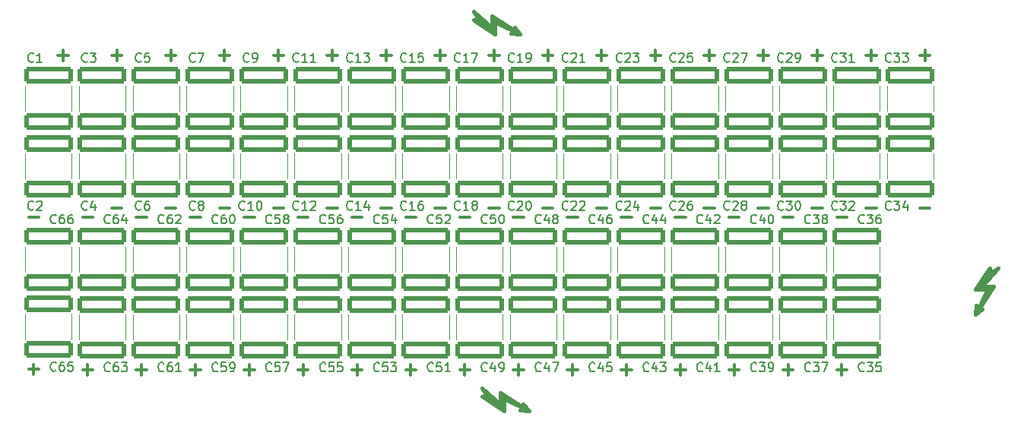
<source format=gbr>
%TF.GenerationSoftware,KiCad,Pcbnew,9.0.3*%
%TF.CreationDate,2025-08-25T21:51:57-05:00*%
%TF.ProjectId,Power-MocoBulkCapacitorPCB,506f7765-722d-44d6-9f63-6f42756c6b43,rev?*%
%TF.SameCoordinates,Original*%
%TF.FileFunction,Legend,Top*%
%TF.FilePolarity,Positive*%
%FSLAX46Y46*%
G04 Gerber Fmt 4.6, Leading zero omitted, Abs format (unit mm)*
G04 Created by KiCad (PCBNEW 9.0.3) date 2025-08-25 21:51:57*
%MOMM*%
%LPD*%
G01*
G04 APERTURE LIST*
G04 Aperture macros list*
%AMRoundRect*
0 Rectangle with rounded corners*
0 $1 Rounding radius*
0 $2 $3 $4 $5 $6 $7 $8 $9 X,Y pos of 4 corners*
0 Add a 4 corners polygon primitive as box body*
4,1,4,$2,$3,$4,$5,$6,$7,$8,$9,$2,$3,0*
0 Add four circle primitives for the rounded corners*
1,1,$1+$1,$2,$3*
1,1,$1+$1,$4,$5*
1,1,$1+$1,$6,$7*
1,1,$1+$1,$8,$9*
0 Add four rect primitives between the rounded corners*
20,1,$1+$1,$2,$3,$4,$5,0*
20,1,$1+$1,$4,$5,$6,$7,0*
20,1,$1+$1,$6,$7,$8,$9,0*
20,1,$1+$1,$8,$9,$2,$3,0*%
G04 Aperture macros list end*
%ADD10C,0.300000*%
%ADD11C,0.150000*%
%ADD12C,0.120000*%
%ADD13C,0.381000*%
%ADD14RoundRect,0.250000X-2.450000X0.650000X-2.450000X-0.650000X2.450000X-0.650000X2.450000X0.650000X0*%
%ADD15RoundRect,0.250000X2.450000X-0.650000X2.450000X0.650000X-2.450000X0.650000X-2.450000X-0.650000X0*%
%ADD16C,3.200000*%
%ADD17C,1.400000*%
%ADD18R,3.500000X3.500000*%
%ADD19C,3.500000*%
G04 APERTURE END LIST*
D10*
X171554510Y-61729400D02*
X172697368Y-61729400D01*
X121445489Y-62770600D02*
X120302632Y-62770600D01*
X135554510Y-44729400D02*
X136697368Y-44729400D01*
X136125939Y-45300828D02*
X136125939Y-44157971D01*
X115445489Y-62770600D02*
X114302632Y-62770600D01*
X111554510Y-44729400D02*
X112697368Y-44729400D01*
X112125939Y-45300828D02*
X112125939Y-44157971D01*
X123554510Y-44729400D02*
X124697368Y-44729400D01*
X124125939Y-45300828D02*
X124125939Y-44157971D01*
X169445489Y-62770600D02*
X168302632Y-62770600D01*
X163445489Y-62770600D02*
X162302632Y-62770600D01*
X151445489Y-79770600D02*
X150302632Y-79770600D01*
X150874060Y-79199171D02*
X150874060Y-80342028D01*
X145445489Y-79770600D02*
X144302632Y-79770600D01*
X144874060Y-79199171D02*
X144874060Y-80342028D01*
X195554510Y-61729400D02*
X196697368Y-61729400D01*
X181445489Y-79770600D02*
X180302632Y-79770600D01*
X180874060Y-79199171D02*
X180874060Y-80342028D01*
X189554510Y-44729400D02*
X190697368Y-44729400D01*
X190125939Y-45300828D02*
X190125939Y-44157971D01*
X115445489Y-79770600D02*
X114302632Y-79770600D01*
X114874060Y-79199171D02*
X114874060Y-80342028D01*
X103445489Y-79720600D02*
X102302632Y-79720600D01*
X102874060Y-79149171D02*
X102874060Y-80292028D01*
X175445489Y-62770600D02*
X174302632Y-62770600D01*
X157445489Y-62770600D02*
X156302632Y-62770600D01*
X183554510Y-44729400D02*
X184697368Y-44729400D01*
X184125939Y-45300828D02*
X184125939Y-44157971D01*
X181445489Y-62770600D02*
X180302632Y-62770600D01*
X109445489Y-79770600D02*
X108302632Y-79770600D01*
X108874060Y-79199171D02*
X108874060Y-80342028D01*
X127445489Y-62770600D02*
X126302632Y-62770600D01*
X159554510Y-44729400D02*
X160697368Y-44729400D01*
X160125939Y-45300828D02*
X160125939Y-44157971D01*
X133445489Y-79770600D02*
X132302632Y-79770600D01*
X132874060Y-79199171D02*
X132874060Y-80342028D01*
X139445489Y-62770600D02*
X138302632Y-62770600D01*
X157445489Y-79770600D02*
X156302632Y-79770600D01*
X156874060Y-79199171D02*
X156874060Y-80342028D01*
X175445489Y-79770600D02*
X174302632Y-79770600D01*
X174874060Y-79199171D02*
X174874060Y-80342028D01*
X187445489Y-79770600D02*
X186302632Y-79770600D01*
X186874060Y-79199171D02*
X186874060Y-80342028D01*
X145445489Y-62770600D02*
X144302632Y-62770600D01*
X153554510Y-44729400D02*
X154697368Y-44729400D01*
X154125939Y-45300828D02*
X154125939Y-44157971D01*
X135554510Y-61729400D02*
X136697368Y-61729400D01*
X193445489Y-79770600D02*
X192302632Y-79770600D01*
X192874060Y-79199171D02*
X192874060Y-80342028D01*
X171554510Y-44729400D02*
X172697368Y-44729400D01*
X172125939Y-45300828D02*
X172125939Y-44157971D01*
X117554510Y-44729400D02*
X118697368Y-44729400D01*
X118125939Y-45300828D02*
X118125939Y-44157971D01*
X169445489Y-79770600D02*
X168302632Y-79770600D01*
X168874060Y-79199171D02*
X168874060Y-80342028D01*
X141554510Y-44729400D02*
X142697368Y-44729400D01*
X142125939Y-45300828D02*
X142125939Y-44157971D01*
X183554510Y-61729400D02*
X184697368Y-61729400D01*
X165554510Y-44729400D02*
X166697368Y-44729400D01*
X166125939Y-45300828D02*
X166125939Y-44157971D01*
X151445489Y-62770600D02*
X150302632Y-62770600D01*
X147554510Y-44729400D02*
X148697368Y-44729400D01*
X148125939Y-45300828D02*
X148125939Y-44157971D01*
X177554510Y-44729400D02*
X178697368Y-44729400D01*
X178125939Y-45300828D02*
X178125939Y-44157971D01*
X195554510Y-44729400D02*
X196697368Y-44729400D01*
X196125939Y-45300828D02*
X196125939Y-44157971D01*
X105554510Y-44729400D02*
X106697368Y-44729400D01*
X106125939Y-45300828D02*
X106125939Y-44157971D01*
X129554510Y-61729400D02*
X130697368Y-61729400D01*
X163445489Y-79770600D02*
X162302632Y-79770600D01*
X162874060Y-79199171D02*
X162874060Y-80342028D01*
X147554510Y-61729400D02*
X148697368Y-61729400D01*
X109445489Y-62770600D02*
X108302632Y-62770600D01*
X193445489Y-62770600D02*
X192302632Y-62770600D01*
X127445489Y-79770600D02*
X126302632Y-79770600D01*
X126874060Y-79199171D02*
X126874060Y-80342028D01*
X129554510Y-44729400D02*
X130697368Y-44729400D01*
X130125939Y-45300828D02*
X130125939Y-44157971D01*
X159554510Y-61729400D02*
X160697368Y-61729400D01*
X103445489Y-62720600D02*
X102302632Y-62720600D01*
X201554510Y-61729400D02*
X202697368Y-61729400D01*
X139445489Y-79770600D02*
X138302632Y-79770600D01*
X138874060Y-79199171D02*
X138874060Y-80342028D01*
X177554510Y-61729400D02*
X178697368Y-61729400D01*
X189554510Y-61729400D02*
X190697368Y-61729400D01*
X121445489Y-79770600D02*
X120302632Y-79770600D01*
X120874060Y-79199171D02*
X120874060Y-80342028D01*
X187445489Y-62770600D02*
X186302632Y-62770600D01*
X117554510Y-61729400D02*
X118697368Y-61729400D01*
X111554510Y-61729400D02*
X112697368Y-61729400D01*
X141554510Y-61729400D02*
X142697368Y-61729400D01*
X133445489Y-62770600D02*
X132302632Y-62770600D01*
X153554510Y-61729400D02*
X154697368Y-61729400D01*
X201554510Y-44729400D02*
X202697368Y-44729400D01*
X202125939Y-45300828D02*
X202125939Y-44157971D01*
X165554510Y-61729400D02*
X166697368Y-61729400D01*
X123554510Y-61729400D02*
X124697368Y-61729400D01*
D11*
X102833333Y-61859580D02*
X102785714Y-61907200D01*
X102785714Y-61907200D02*
X102642857Y-61954819D01*
X102642857Y-61954819D02*
X102547619Y-61954819D01*
X102547619Y-61954819D02*
X102404762Y-61907200D01*
X102404762Y-61907200D02*
X102309524Y-61811961D01*
X102309524Y-61811961D02*
X102261905Y-61716723D01*
X102261905Y-61716723D02*
X102214286Y-61526247D01*
X102214286Y-61526247D02*
X102214286Y-61383390D01*
X102214286Y-61383390D02*
X102261905Y-61192914D01*
X102261905Y-61192914D02*
X102309524Y-61097676D01*
X102309524Y-61097676D02*
X102404762Y-61002438D01*
X102404762Y-61002438D02*
X102547619Y-60954819D01*
X102547619Y-60954819D02*
X102642857Y-60954819D01*
X102642857Y-60954819D02*
X102785714Y-61002438D01*
X102785714Y-61002438D02*
X102833333Y-61050057D01*
X103214286Y-61050057D02*
X103261905Y-61002438D01*
X103261905Y-61002438D02*
X103357143Y-60954819D01*
X103357143Y-60954819D02*
X103595238Y-60954819D01*
X103595238Y-60954819D02*
X103690476Y-61002438D01*
X103690476Y-61002438D02*
X103738095Y-61050057D01*
X103738095Y-61050057D02*
X103785714Y-61145295D01*
X103785714Y-61145295D02*
X103785714Y-61240533D01*
X103785714Y-61240533D02*
X103738095Y-61383390D01*
X103738095Y-61383390D02*
X103166667Y-61954819D01*
X103166667Y-61954819D02*
X103785714Y-61954819D01*
X144357142Y-61859580D02*
X144309523Y-61907200D01*
X144309523Y-61907200D02*
X144166666Y-61954819D01*
X144166666Y-61954819D02*
X144071428Y-61954819D01*
X144071428Y-61954819D02*
X143928571Y-61907200D01*
X143928571Y-61907200D02*
X143833333Y-61811961D01*
X143833333Y-61811961D02*
X143785714Y-61716723D01*
X143785714Y-61716723D02*
X143738095Y-61526247D01*
X143738095Y-61526247D02*
X143738095Y-61383390D01*
X143738095Y-61383390D02*
X143785714Y-61192914D01*
X143785714Y-61192914D02*
X143833333Y-61097676D01*
X143833333Y-61097676D02*
X143928571Y-61002438D01*
X143928571Y-61002438D02*
X144071428Y-60954819D01*
X144071428Y-60954819D02*
X144166666Y-60954819D01*
X144166666Y-60954819D02*
X144309523Y-61002438D01*
X144309523Y-61002438D02*
X144357142Y-61050057D01*
X145309523Y-61954819D02*
X144738095Y-61954819D01*
X145023809Y-61954819D02*
X145023809Y-60954819D01*
X145023809Y-60954819D02*
X144928571Y-61097676D01*
X144928571Y-61097676D02*
X144833333Y-61192914D01*
X144833333Y-61192914D02*
X144738095Y-61240533D01*
X146166666Y-60954819D02*
X145976190Y-60954819D01*
X145976190Y-60954819D02*
X145880952Y-61002438D01*
X145880952Y-61002438D02*
X145833333Y-61050057D01*
X145833333Y-61050057D02*
X145738095Y-61192914D01*
X145738095Y-61192914D02*
X145690476Y-61383390D01*
X145690476Y-61383390D02*
X145690476Y-61764342D01*
X145690476Y-61764342D02*
X145738095Y-61859580D01*
X145738095Y-61859580D02*
X145785714Y-61907200D01*
X145785714Y-61907200D02*
X145880952Y-61954819D01*
X145880952Y-61954819D02*
X146071428Y-61954819D01*
X146071428Y-61954819D02*
X146166666Y-61907200D01*
X146166666Y-61907200D02*
X146214285Y-61859580D01*
X146214285Y-61859580D02*
X146261904Y-61764342D01*
X146261904Y-61764342D02*
X146261904Y-61526247D01*
X146261904Y-61526247D02*
X146214285Y-61431009D01*
X146214285Y-61431009D02*
X146166666Y-61383390D01*
X146166666Y-61383390D02*
X146071428Y-61335771D01*
X146071428Y-61335771D02*
X145880952Y-61335771D01*
X145880952Y-61335771D02*
X145785714Y-61383390D01*
X145785714Y-61383390D02*
X145738095Y-61431009D01*
X145738095Y-61431009D02*
X145690476Y-61526247D01*
X108833333Y-61859580D02*
X108785714Y-61907200D01*
X108785714Y-61907200D02*
X108642857Y-61954819D01*
X108642857Y-61954819D02*
X108547619Y-61954819D01*
X108547619Y-61954819D02*
X108404762Y-61907200D01*
X108404762Y-61907200D02*
X108309524Y-61811961D01*
X108309524Y-61811961D02*
X108261905Y-61716723D01*
X108261905Y-61716723D02*
X108214286Y-61526247D01*
X108214286Y-61526247D02*
X108214286Y-61383390D01*
X108214286Y-61383390D02*
X108261905Y-61192914D01*
X108261905Y-61192914D02*
X108309524Y-61097676D01*
X108309524Y-61097676D02*
X108404762Y-61002438D01*
X108404762Y-61002438D02*
X108547619Y-60954819D01*
X108547619Y-60954819D02*
X108642857Y-60954819D01*
X108642857Y-60954819D02*
X108785714Y-61002438D01*
X108785714Y-61002438D02*
X108833333Y-61050057D01*
X109690476Y-61288152D02*
X109690476Y-61954819D01*
X109452381Y-60907200D02*
X109214286Y-61621485D01*
X109214286Y-61621485D02*
X109833333Y-61621485D01*
X105357142Y-63359580D02*
X105309523Y-63407200D01*
X105309523Y-63407200D02*
X105166666Y-63454819D01*
X105166666Y-63454819D02*
X105071428Y-63454819D01*
X105071428Y-63454819D02*
X104928571Y-63407200D01*
X104928571Y-63407200D02*
X104833333Y-63311961D01*
X104833333Y-63311961D02*
X104785714Y-63216723D01*
X104785714Y-63216723D02*
X104738095Y-63026247D01*
X104738095Y-63026247D02*
X104738095Y-62883390D01*
X104738095Y-62883390D02*
X104785714Y-62692914D01*
X104785714Y-62692914D02*
X104833333Y-62597676D01*
X104833333Y-62597676D02*
X104928571Y-62502438D01*
X104928571Y-62502438D02*
X105071428Y-62454819D01*
X105071428Y-62454819D02*
X105166666Y-62454819D01*
X105166666Y-62454819D02*
X105309523Y-62502438D01*
X105309523Y-62502438D02*
X105357142Y-62550057D01*
X106214285Y-62454819D02*
X106023809Y-62454819D01*
X106023809Y-62454819D02*
X105928571Y-62502438D01*
X105928571Y-62502438D02*
X105880952Y-62550057D01*
X105880952Y-62550057D02*
X105785714Y-62692914D01*
X105785714Y-62692914D02*
X105738095Y-62883390D01*
X105738095Y-62883390D02*
X105738095Y-63264342D01*
X105738095Y-63264342D02*
X105785714Y-63359580D01*
X105785714Y-63359580D02*
X105833333Y-63407200D01*
X105833333Y-63407200D02*
X105928571Y-63454819D01*
X105928571Y-63454819D02*
X106119047Y-63454819D01*
X106119047Y-63454819D02*
X106214285Y-63407200D01*
X106214285Y-63407200D02*
X106261904Y-63359580D01*
X106261904Y-63359580D02*
X106309523Y-63264342D01*
X106309523Y-63264342D02*
X106309523Y-63026247D01*
X106309523Y-63026247D02*
X106261904Y-62931009D01*
X106261904Y-62931009D02*
X106214285Y-62883390D01*
X106214285Y-62883390D02*
X106119047Y-62835771D01*
X106119047Y-62835771D02*
X105928571Y-62835771D01*
X105928571Y-62835771D02*
X105833333Y-62883390D01*
X105833333Y-62883390D02*
X105785714Y-62931009D01*
X105785714Y-62931009D02*
X105738095Y-63026247D01*
X107166666Y-62454819D02*
X106976190Y-62454819D01*
X106976190Y-62454819D02*
X106880952Y-62502438D01*
X106880952Y-62502438D02*
X106833333Y-62550057D01*
X106833333Y-62550057D02*
X106738095Y-62692914D01*
X106738095Y-62692914D02*
X106690476Y-62883390D01*
X106690476Y-62883390D02*
X106690476Y-63264342D01*
X106690476Y-63264342D02*
X106738095Y-63359580D01*
X106738095Y-63359580D02*
X106785714Y-63407200D01*
X106785714Y-63407200D02*
X106880952Y-63454819D01*
X106880952Y-63454819D02*
X107071428Y-63454819D01*
X107071428Y-63454819D02*
X107166666Y-63407200D01*
X107166666Y-63407200D02*
X107214285Y-63359580D01*
X107214285Y-63359580D02*
X107261904Y-63264342D01*
X107261904Y-63264342D02*
X107261904Y-63026247D01*
X107261904Y-63026247D02*
X107214285Y-62931009D01*
X107214285Y-62931009D02*
X107166666Y-62883390D01*
X107166666Y-62883390D02*
X107071428Y-62835771D01*
X107071428Y-62835771D02*
X106880952Y-62835771D01*
X106880952Y-62835771D02*
X106785714Y-62883390D01*
X106785714Y-62883390D02*
X106738095Y-62931009D01*
X106738095Y-62931009D02*
X106690476Y-63026247D01*
X189357142Y-79859580D02*
X189309523Y-79907200D01*
X189309523Y-79907200D02*
X189166666Y-79954819D01*
X189166666Y-79954819D02*
X189071428Y-79954819D01*
X189071428Y-79954819D02*
X188928571Y-79907200D01*
X188928571Y-79907200D02*
X188833333Y-79811961D01*
X188833333Y-79811961D02*
X188785714Y-79716723D01*
X188785714Y-79716723D02*
X188738095Y-79526247D01*
X188738095Y-79526247D02*
X188738095Y-79383390D01*
X188738095Y-79383390D02*
X188785714Y-79192914D01*
X188785714Y-79192914D02*
X188833333Y-79097676D01*
X188833333Y-79097676D02*
X188928571Y-79002438D01*
X188928571Y-79002438D02*
X189071428Y-78954819D01*
X189071428Y-78954819D02*
X189166666Y-78954819D01*
X189166666Y-78954819D02*
X189309523Y-79002438D01*
X189309523Y-79002438D02*
X189357142Y-79050057D01*
X189690476Y-78954819D02*
X190309523Y-78954819D01*
X190309523Y-78954819D02*
X189976190Y-79335771D01*
X189976190Y-79335771D02*
X190119047Y-79335771D01*
X190119047Y-79335771D02*
X190214285Y-79383390D01*
X190214285Y-79383390D02*
X190261904Y-79431009D01*
X190261904Y-79431009D02*
X190309523Y-79526247D01*
X190309523Y-79526247D02*
X190309523Y-79764342D01*
X190309523Y-79764342D02*
X190261904Y-79859580D01*
X190261904Y-79859580D02*
X190214285Y-79907200D01*
X190214285Y-79907200D02*
X190119047Y-79954819D01*
X190119047Y-79954819D02*
X189833333Y-79954819D01*
X189833333Y-79954819D02*
X189738095Y-79907200D01*
X189738095Y-79907200D02*
X189690476Y-79859580D01*
X190642857Y-78954819D02*
X191309523Y-78954819D01*
X191309523Y-78954819D02*
X190880952Y-79954819D01*
X168357142Y-45359580D02*
X168309523Y-45407200D01*
X168309523Y-45407200D02*
X168166666Y-45454819D01*
X168166666Y-45454819D02*
X168071428Y-45454819D01*
X168071428Y-45454819D02*
X167928571Y-45407200D01*
X167928571Y-45407200D02*
X167833333Y-45311961D01*
X167833333Y-45311961D02*
X167785714Y-45216723D01*
X167785714Y-45216723D02*
X167738095Y-45026247D01*
X167738095Y-45026247D02*
X167738095Y-44883390D01*
X167738095Y-44883390D02*
X167785714Y-44692914D01*
X167785714Y-44692914D02*
X167833333Y-44597676D01*
X167833333Y-44597676D02*
X167928571Y-44502438D01*
X167928571Y-44502438D02*
X168071428Y-44454819D01*
X168071428Y-44454819D02*
X168166666Y-44454819D01*
X168166666Y-44454819D02*
X168309523Y-44502438D01*
X168309523Y-44502438D02*
X168357142Y-44550057D01*
X168738095Y-44550057D02*
X168785714Y-44502438D01*
X168785714Y-44502438D02*
X168880952Y-44454819D01*
X168880952Y-44454819D02*
X169119047Y-44454819D01*
X169119047Y-44454819D02*
X169214285Y-44502438D01*
X169214285Y-44502438D02*
X169261904Y-44550057D01*
X169261904Y-44550057D02*
X169309523Y-44645295D01*
X169309523Y-44645295D02*
X169309523Y-44740533D01*
X169309523Y-44740533D02*
X169261904Y-44883390D01*
X169261904Y-44883390D02*
X168690476Y-45454819D01*
X168690476Y-45454819D02*
X169309523Y-45454819D01*
X169642857Y-44454819D02*
X170261904Y-44454819D01*
X170261904Y-44454819D02*
X169928571Y-44835771D01*
X169928571Y-44835771D02*
X170071428Y-44835771D01*
X170071428Y-44835771D02*
X170166666Y-44883390D01*
X170166666Y-44883390D02*
X170214285Y-44931009D01*
X170214285Y-44931009D02*
X170261904Y-45026247D01*
X170261904Y-45026247D02*
X170261904Y-45264342D01*
X170261904Y-45264342D02*
X170214285Y-45359580D01*
X170214285Y-45359580D02*
X170166666Y-45407200D01*
X170166666Y-45407200D02*
X170071428Y-45454819D01*
X170071428Y-45454819D02*
X169785714Y-45454819D01*
X169785714Y-45454819D02*
X169690476Y-45407200D01*
X169690476Y-45407200D02*
X169642857Y-45359580D01*
X195357142Y-79859580D02*
X195309523Y-79907200D01*
X195309523Y-79907200D02*
X195166666Y-79954819D01*
X195166666Y-79954819D02*
X195071428Y-79954819D01*
X195071428Y-79954819D02*
X194928571Y-79907200D01*
X194928571Y-79907200D02*
X194833333Y-79811961D01*
X194833333Y-79811961D02*
X194785714Y-79716723D01*
X194785714Y-79716723D02*
X194738095Y-79526247D01*
X194738095Y-79526247D02*
X194738095Y-79383390D01*
X194738095Y-79383390D02*
X194785714Y-79192914D01*
X194785714Y-79192914D02*
X194833333Y-79097676D01*
X194833333Y-79097676D02*
X194928571Y-79002438D01*
X194928571Y-79002438D02*
X195071428Y-78954819D01*
X195071428Y-78954819D02*
X195166666Y-78954819D01*
X195166666Y-78954819D02*
X195309523Y-79002438D01*
X195309523Y-79002438D02*
X195357142Y-79050057D01*
X195690476Y-78954819D02*
X196309523Y-78954819D01*
X196309523Y-78954819D02*
X195976190Y-79335771D01*
X195976190Y-79335771D02*
X196119047Y-79335771D01*
X196119047Y-79335771D02*
X196214285Y-79383390D01*
X196214285Y-79383390D02*
X196261904Y-79431009D01*
X196261904Y-79431009D02*
X196309523Y-79526247D01*
X196309523Y-79526247D02*
X196309523Y-79764342D01*
X196309523Y-79764342D02*
X196261904Y-79859580D01*
X196261904Y-79859580D02*
X196214285Y-79907200D01*
X196214285Y-79907200D02*
X196119047Y-79954819D01*
X196119047Y-79954819D02*
X195833333Y-79954819D01*
X195833333Y-79954819D02*
X195738095Y-79907200D01*
X195738095Y-79907200D02*
X195690476Y-79859580D01*
X197214285Y-78954819D02*
X196738095Y-78954819D01*
X196738095Y-78954819D02*
X196690476Y-79431009D01*
X196690476Y-79431009D02*
X196738095Y-79383390D01*
X196738095Y-79383390D02*
X196833333Y-79335771D01*
X196833333Y-79335771D02*
X197071428Y-79335771D01*
X197071428Y-79335771D02*
X197166666Y-79383390D01*
X197166666Y-79383390D02*
X197214285Y-79431009D01*
X197214285Y-79431009D02*
X197261904Y-79526247D01*
X197261904Y-79526247D02*
X197261904Y-79764342D01*
X197261904Y-79764342D02*
X197214285Y-79859580D01*
X197214285Y-79859580D02*
X197166666Y-79907200D01*
X197166666Y-79907200D02*
X197071428Y-79954819D01*
X197071428Y-79954819D02*
X196833333Y-79954819D01*
X196833333Y-79954819D02*
X196738095Y-79907200D01*
X196738095Y-79907200D02*
X196690476Y-79859580D01*
X177357142Y-63359580D02*
X177309523Y-63407200D01*
X177309523Y-63407200D02*
X177166666Y-63454819D01*
X177166666Y-63454819D02*
X177071428Y-63454819D01*
X177071428Y-63454819D02*
X176928571Y-63407200D01*
X176928571Y-63407200D02*
X176833333Y-63311961D01*
X176833333Y-63311961D02*
X176785714Y-63216723D01*
X176785714Y-63216723D02*
X176738095Y-63026247D01*
X176738095Y-63026247D02*
X176738095Y-62883390D01*
X176738095Y-62883390D02*
X176785714Y-62692914D01*
X176785714Y-62692914D02*
X176833333Y-62597676D01*
X176833333Y-62597676D02*
X176928571Y-62502438D01*
X176928571Y-62502438D02*
X177071428Y-62454819D01*
X177071428Y-62454819D02*
X177166666Y-62454819D01*
X177166666Y-62454819D02*
X177309523Y-62502438D01*
X177309523Y-62502438D02*
X177357142Y-62550057D01*
X178214285Y-62788152D02*
X178214285Y-63454819D01*
X177976190Y-62407200D02*
X177738095Y-63121485D01*
X177738095Y-63121485D02*
X178357142Y-63121485D01*
X178690476Y-62550057D02*
X178738095Y-62502438D01*
X178738095Y-62502438D02*
X178833333Y-62454819D01*
X178833333Y-62454819D02*
X179071428Y-62454819D01*
X179071428Y-62454819D02*
X179166666Y-62502438D01*
X179166666Y-62502438D02*
X179214285Y-62550057D01*
X179214285Y-62550057D02*
X179261904Y-62645295D01*
X179261904Y-62645295D02*
X179261904Y-62740533D01*
X179261904Y-62740533D02*
X179214285Y-62883390D01*
X179214285Y-62883390D02*
X178642857Y-63454819D01*
X178642857Y-63454819D02*
X179261904Y-63454819D01*
X147357142Y-79859580D02*
X147309523Y-79907200D01*
X147309523Y-79907200D02*
X147166666Y-79954819D01*
X147166666Y-79954819D02*
X147071428Y-79954819D01*
X147071428Y-79954819D02*
X146928571Y-79907200D01*
X146928571Y-79907200D02*
X146833333Y-79811961D01*
X146833333Y-79811961D02*
X146785714Y-79716723D01*
X146785714Y-79716723D02*
X146738095Y-79526247D01*
X146738095Y-79526247D02*
X146738095Y-79383390D01*
X146738095Y-79383390D02*
X146785714Y-79192914D01*
X146785714Y-79192914D02*
X146833333Y-79097676D01*
X146833333Y-79097676D02*
X146928571Y-79002438D01*
X146928571Y-79002438D02*
X147071428Y-78954819D01*
X147071428Y-78954819D02*
X147166666Y-78954819D01*
X147166666Y-78954819D02*
X147309523Y-79002438D01*
X147309523Y-79002438D02*
X147357142Y-79050057D01*
X148261904Y-78954819D02*
X147785714Y-78954819D01*
X147785714Y-78954819D02*
X147738095Y-79431009D01*
X147738095Y-79431009D02*
X147785714Y-79383390D01*
X147785714Y-79383390D02*
X147880952Y-79335771D01*
X147880952Y-79335771D02*
X148119047Y-79335771D01*
X148119047Y-79335771D02*
X148214285Y-79383390D01*
X148214285Y-79383390D02*
X148261904Y-79431009D01*
X148261904Y-79431009D02*
X148309523Y-79526247D01*
X148309523Y-79526247D02*
X148309523Y-79764342D01*
X148309523Y-79764342D02*
X148261904Y-79859580D01*
X148261904Y-79859580D02*
X148214285Y-79907200D01*
X148214285Y-79907200D02*
X148119047Y-79954819D01*
X148119047Y-79954819D02*
X147880952Y-79954819D01*
X147880952Y-79954819D02*
X147785714Y-79907200D01*
X147785714Y-79907200D02*
X147738095Y-79859580D01*
X149261904Y-79954819D02*
X148690476Y-79954819D01*
X148976190Y-79954819D02*
X148976190Y-78954819D01*
X148976190Y-78954819D02*
X148880952Y-79097676D01*
X148880952Y-79097676D02*
X148785714Y-79192914D01*
X148785714Y-79192914D02*
X148690476Y-79240533D01*
X159357142Y-79859580D02*
X159309523Y-79907200D01*
X159309523Y-79907200D02*
X159166666Y-79954819D01*
X159166666Y-79954819D02*
X159071428Y-79954819D01*
X159071428Y-79954819D02*
X158928571Y-79907200D01*
X158928571Y-79907200D02*
X158833333Y-79811961D01*
X158833333Y-79811961D02*
X158785714Y-79716723D01*
X158785714Y-79716723D02*
X158738095Y-79526247D01*
X158738095Y-79526247D02*
X158738095Y-79383390D01*
X158738095Y-79383390D02*
X158785714Y-79192914D01*
X158785714Y-79192914D02*
X158833333Y-79097676D01*
X158833333Y-79097676D02*
X158928571Y-79002438D01*
X158928571Y-79002438D02*
X159071428Y-78954819D01*
X159071428Y-78954819D02*
X159166666Y-78954819D01*
X159166666Y-78954819D02*
X159309523Y-79002438D01*
X159309523Y-79002438D02*
X159357142Y-79050057D01*
X160214285Y-79288152D02*
X160214285Y-79954819D01*
X159976190Y-78907200D02*
X159738095Y-79621485D01*
X159738095Y-79621485D02*
X160357142Y-79621485D01*
X160642857Y-78954819D02*
X161309523Y-78954819D01*
X161309523Y-78954819D02*
X160880952Y-79954819D01*
X168357142Y-61859580D02*
X168309523Y-61907200D01*
X168309523Y-61907200D02*
X168166666Y-61954819D01*
X168166666Y-61954819D02*
X168071428Y-61954819D01*
X168071428Y-61954819D02*
X167928571Y-61907200D01*
X167928571Y-61907200D02*
X167833333Y-61811961D01*
X167833333Y-61811961D02*
X167785714Y-61716723D01*
X167785714Y-61716723D02*
X167738095Y-61526247D01*
X167738095Y-61526247D02*
X167738095Y-61383390D01*
X167738095Y-61383390D02*
X167785714Y-61192914D01*
X167785714Y-61192914D02*
X167833333Y-61097676D01*
X167833333Y-61097676D02*
X167928571Y-61002438D01*
X167928571Y-61002438D02*
X168071428Y-60954819D01*
X168071428Y-60954819D02*
X168166666Y-60954819D01*
X168166666Y-60954819D02*
X168309523Y-61002438D01*
X168309523Y-61002438D02*
X168357142Y-61050057D01*
X168738095Y-61050057D02*
X168785714Y-61002438D01*
X168785714Y-61002438D02*
X168880952Y-60954819D01*
X168880952Y-60954819D02*
X169119047Y-60954819D01*
X169119047Y-60954819D02*
X169214285Y-61002438D01*
X169214285Y-61002438D02*
X169261904Y-61050057D01*
X169261904Y-61050057D02*
X169309523Y-61145295D01*
X169309523Y-61145295D02*
X169309523Y-61240533D01*
X169309523Y-61240533D02*
X169261904Y-61383390D01*
X169261904Y-61383390D02*
X168690476Y-61954819D01*
X168690476Y-61954819D02*
X169309523Y-61954819D01*
X170166666Y-61288152D02*
X170166666Y-61954819D01*
X169928571Y-60907200D02*
X169690476Y-61621485D01*
X169690476Y-61621485D02*
X170309523Y-61621485D01*
X126833333Y-45359580D02*
X126785714Y-45407200D01*
X126785714Y-45407200D02*
X126642857Y-45454819D01*
X126642857Y-45454819D02*
X126547619Y-45454819D01*
X126547619Y-45454819D02*
X126404762Y-45407200D01*
X126404762Y-45407200D02*
X126309524Y-45311961D01*
X126309524Y-45311961D02*
X126261905Y-45216723D01*
X126261905Y-45216723D02*
X126214286Y-45026247D01*
X126214286Y-45026247D02*
X126214286Y-44883390D01*
X126214286Y-44883390D02*
X126261905Y-44692914D01*
X126261905Y-44692914D02*
X126309524Y-44597676D01*
X126309524Y-44597676D02*
X126404762Y-44502438D01*
X126404762Y-44502438D02*
X126547619Y-44454819D01*
X126547619Y-44454819D02*
X126642857Y-44454819D01*
X126642857Y-44454819D02*
X126785714Y-44502438D01*
X126785714Y-44502438D02*
X126833333Y-44550057D01*
X127309524Y-45454819D02*
X127500000Y-45454819D01*
X127500000Y-45454819D02*
X127595238Y-45407200D01*
X127595238Y-45407200D02*
X127642857Y-45359580D01*
X127642857Y-45359580D02*
X127738095Y-45216723D01*
X127738095Y-45216723D02*
X127785714Y-45026247D01*
X127785714Y-45026247D02*
X127785714Y-44645295D01*
X127785714Y-44645295D02*
X127738095Y-44550057D01*
X127738095Y-44550057D02*
X127690476Y-44502438D01*
X127690476Y-44502438D02*
X127595238Y-44454819D01*
X127595238Y-44454819D02*
X127404762Y-44454819D01*
X127404762Y-44454819D02*
X127309524Y-44502438D01*
X127309524Y-44502438D02*
X127261905Y-44550057D01*
X127261905Y-44550057D02*
X127214286Y-44645295D01*
X127214286Y-44645295D02*
X127214286Y-44883390D01*
X127214286Y-44883390D02*
X127261905Y-44978628D01*
X127261905Y-44978628D02*
X127309524Y-45026247D01*
X127309524Y-45026247D02*
X127404762Y-45073866D01*
X127404762Y-45073866D02*
X127595238Y-45073866D01*
X127595238Y-45073866D02*
X127690476Y-45026247D01*
X127690476Y-45026247D02*
X127738095Y-44978628D01*
X127738095Y-44978628D02*
X127785714Y-44883390D01*
X120833333Y-45359580D02*
X120785714Y-45407200D01*
X120785714Y-45407200D02*
X120642857Y-45454819D01*
X120642857Y-45454819D02*
X120547619Y-45454819D01*
X120547619Y-45454819D02*
X120404762Y-45407200D01*
X120404762Y-45407200D02*
X120309524Y-45311961D01*
X120309524Y-45311961D02*
X120261905Y-45216723D01*
X120261905Y-45216723D02*
X120214286Y-45026247D01*
X120214286Y-45026247D02*
X120214286Y-44883390D01*
X120214286Y-44883390D02*
X120261905Y-44692914D01*
X120261905Y-44692914D02*
X120309524Y-44597676D01*
X120309524Y-44597676D02*
X120404762Y-44502438D01*
X120404762Y-44502438D02*
X120547619Y-44454819D01*
X120547619Y-44454819D02*
X120642857Y-44454819D01*
X120642857Y-44454819D02*
X120785714Y-44502438D01*
X120785714Y-44502438D02*
X120833333Y-44550057D01*
X121166667Y-44454819D02*
X121833333Y-44454819D01*
X121833333Y-44454819D02*
X121404762Y-45454819D01*
X180357142Y-45359580D02*
X180309523Y-45407200D01*
X180309523Y-45407200D02*
X180166666Y-45454819D01*
X180166666Y-45454819D02*
X180071428Y-45454819D01*
X180071428Y-45454819D02*
X179928571Y-45407200D01*
X179928571Y-45407200D02*
X179833333Y-45311961D01*
X179833333Y-45311961D02*
X179785714Y-45216723D01*
X179785714Y-45216723D02*
X179738095Y-45026247D01*
X179738095Y-45026247D02*
X179738095Y-44883390D01*
X179738095Y-44883390D02*
X179785714Y-44692914D01*
X179785714Y-44692914D02*
X179833333Y-44597676D01*
X179833333Y-44597676D02*
X179928571Y-44502438D01*
X179928571Y-44502438D02*
X180071428Y-44454819D01*
X180071428Y-44454819D02*
X180166666Y-44454819D01*
X180166666Y-44454819D02*
X180309523Y-44502438D01*
X180309523Y-44502438D02*
X180357142Y-44550057D01*
X180738095Y-44550057D02*
X180785714Y-44502438D01*
X180785714Y-44502438D02*
X180880952Y-44454819D01*
X180880952Y-44454819D02*
X181119047Y-44454819D01*
X181119047Y-44454819D02*
X181214285Y-44502438D01*
X181214285Y-44502438D02*
X181261904Y-44550057D01*
X181261904Y-44550057D02*
X181309523Y-44645295D01*
X181309523Y-44645295D02*
X181309523Y-44740533D01*
X181309523Y-44740533D02*
X181261904Y-44883390D01*
X181261904Y-44883390D02*
X180690476Y-45454819D01*
X180690476Y-45454819D02*
X181309523Y-45454819D01*
X181642857Y-44454819D02*
X182309523Y-44454819D01*
X182309523Y-44454819D02*
X181880952Y-45454819D01*
X183357142Y-79859580D02*
X183309523Y-79907200D01*
X183309523Y-79907200D02*
X183166666Y-79954819D01*
X183166666Y-79954819D02*
X183071428Y-79954819D01*
X183071428Y-79954819D02*
X182928571Y-79907200D01*
X182928571Y-79907200D02*
X182833333Y-79811961D01*
X182833333Y-79811961D02*
X182785714Y-79716723D01*
X182785714Y-79716723D02*
X182738095Y-79526247D01*
X182738095Y-79526247D02*
X182738095Y-79383390D01*
X182738095Y-79383390D02*
X182785714Y-79192914D01*
X182785714Y-79192914D02*
X182833333Y-79097676D01*
X182833333Y-79097676D02*
X182928571Y-79002438D01*
X182928571Y-79002438D02*
X183071428Y-78954819D01*
X183071428Y-78954819D02*
X183166666Y-78954819D01*
X183166666Y-78954819D02*
X183309523Y-79002438D01*
X183309523Y-79002438D02*
X183357142Y-79050057D01*
X183690476Y-78954819D02*
X184309523Y-78954819D01*
X184309523Y-78954819D02*
X183976190Y-79335771D01*
X183976190Y-79335771D02*
X184119047Y-79335771D01*
X184119047Y-79335771D02*
X184214285Y-79383390D01*
X184214285Y-79383390D02*
X184261904Y-79431009D01*
X184261904Y-79431009D02*
X184309523Y-79526247D01*
X184309523Y-79526247D02*
X184309523Y-79764342D01*
X184309523Y-79764342D02*
X184261904Y-79859580D01*
X184261904Y-79859580D02*
X184214285Y-79907200D01*
X184214285Y-79907200D02*
X184119047Y-79954819D01*
X184119047Y-79954819D02*
X183833333Y-79954819D01*
X183833333Y-79954819D02*
X183738095Y-79907200D01*
X183738095Y-79907200D02*
X183690476Y-79859580D01*
X184785714Y-79954819D02*
X184976190Y-79954819D01*
X184976190Y-79954819D02*
X185071428Y-79907200D01*
X185071428Y-79907200D02*
X185119047Y-79859580D01*
X185119047Y-79859580D02*
X185214285Y-79716723D01*
X185214285Y-79716723D02*
X185261904Y-79526247D01*
X185261904Y-79526247D02*
X185261904Y-79145295D01*
X185261904Y-79145295D02*
X185214285Y-79050057D01*
X185214285Y-79050057D02*
X185166666Y-79002438D01*
X185166666Y-79002438D02*
X185071428Y-78954819D01*
X185071428Y-78954819D02*
X184880952Y-78954819D01*
X184880952Y-78954819D02*
X184785714Y-79002438D01*
X184785714Y-79002438D02*
X184738095Y-79050057D01*
X184738095Y-79050057D02*
X184690476Y-79145295D01*
X184690476Y-79145295D02*
X184690476Y-79383390D01*
X184690476Y-79383390D02*
X184738095Y-79478628D01*
X184738095Y-79478628D02*
X184785714Y-79526247D01*
X184785714Y-79526247D02*
X184880952Y-79573866D01*
X184880952Y-79573866D02*
X185071428Y-79573866D01*
X185071428Y-79573866D02*
X185166666Y-79526247D01*
X185166666Y-79526247D02*
X185214285Y-79478628D01*
X185214285Y-79478628D02*
X185261904Y-79383390D01*
X120833333Y-61859580D02*
X120785714Y-61907200D01*
X120785714Y-61907200D02*
X120642857Y-61954819D01*
X120642857Y-61954819D02*
X120547619Y-61954819D01*
X120547619Y-61954819D02*
X120404762Y-61907200D01*
X120404762Y-61907200D02*
X120309524Y-61811961D01*
X120309524Y-61811961D02*
X120261905Y-61716723D01*
X120261905Y-61716723D02*
X120214286Y-61526247D01*
X120214286Y-61526247D02*
X120214286Y-61383390D01*
X120214286Y-61383390D02*
X120261905Y-61192914D01*
X120261905Y-61192914D02*
X120309524Y-61097676D01*
X120309524Y-61097676D02*
X120404762Y-61002438D01*
X120404762Y-61002438D02*
X120547619Y-60954819D01*
X120547619Y-60954819D02*
X120642857Y-60954819D01*
X120642857Y-60954819D02*
X120785714Y-61002438D01*
X120785714Y-61002438D02*
X120833333Y-61050057D01*
X121404762Y-61383390D02*
X121309524Y-61335771D01*
X121309524Y-61335771D02*
X121261905Y-61288152D01*
X121261905Y-61288152D02*
X121214286Y-61192914D01*
X121214286Y-61192914D02*
X121214286Y-61145295D01*
X121214286Y-61145295D02*
X121261905Y-61050057D01*
X121261905Y-61050057D02*
X121309524Y-61002438D01*
X121309524Y-61002438D02*
X121404762Y-60954819D01*
X121404762Y-60954819D02*
X121595238Y-60954819D01*
X121595238Y-60954819D02*
X121690476Y-61002438D01*
X121690476Y-61002438D02*
X121738095Y-61050057D01*
X121738095Y-61050057D02*
X121785714Y-61145295D01*
X121785714Y-61145295D02*
X121785714Y-61192914D01*
X121785714Y-61192914D02*
X121738095Y-61288152D01*
X121738095Y-61288152D02*
X121690476Y-61335771D01*
X121690476Y-61335771D02*
X121595238Y-61383390D01*
X121595238Y-61383390D02*
X121404762Y-61383390D01*
X121404762Y-61383390D02*
X121309524Y-61431009D01*
X121309524Y-61431009D02*
X121261905Y-61478628D01*
X121261905Y-61478628D02*
X121214286Y-61573866D01*
X121214286Y-61573866D02*
X121214286Y-61764342D01*
X121214286Y-61764342D02*
X121261905Y-61859580D01*
X121261905Y-61859580D02*
X121309524Y-61907200D01*
X121309524Y-61907200D02*
X121404762Y-61954819D01*
X121404762Y-61954819D02*
X121595238Y-61954819D01*
X121595238Y-61954819D02*
X121690476Y-61907200D01*
X121690476Y-61907200D02*
X121738095Y-61859580D01*
X121738095Y-61859580D02*
X121785714Y-61764342D01*
X121785714Y-61764342D02*
X121785714Y-61573866D01*
X121785714Y-61573866D02*
X121738095Y-61478628D01*
X121738095Y-61478628D02*
X121690476Y-61431009D01*
X121690476Y-61431009D02*
X121595238Y-61383390D01*
X180357142Y-61859580D02*
X180309523Y-61907200D01*
X180309523Y-61907200D02*
X180166666Y-61954819D01*
X180166666Y-61954819D02*
X180071428Y-61954819D01*
X180071428Y-61954819D02*
X179928571Y-61907200D01*
X179928571Y-61907200D02*
X179833333Y-61811961D01*
X179833333Y-61811961D02*
X179785714Y-61716723D01*
X179785714Y-61716723D02*
X179738095Y-61526247D01*
X179738095Y-61526247D02*
X179738095Y-61383390D01*
X179738095Y-61383390D02*
X179785714Y-61192914D01*
X179785714Y-61192914D02*
X179833333Y-61097676D01*
X179833333Y-61097676D02*
X179928571Y-61002438D01*
X179928571Y-61002438D02*
X180071428Y-60954819D01*
X180071428Y-60954819D02*
X180166666Y-60954819D01*
X180166666Y-60954819D02*
X180309523Y-61002438D01*
X180309523Y-61002438D02*
X180357142Y-61050057D01*
X180738095Y-61050057D02*
X180785714Y-61002438D01*
X180785714Y-61002438D02*
X180880952Y-60954819D01*
X180880952Y-60954819D02*
X181119047Y-60954819D01*
X181119047Y-60954819D02*
X181214285Y-61002438D01*
X181214285Y-61002438D02*
X181261904Y-61050057D01*
X181261904Y-61050057D02*
X181309523Y-61145295D01*
X181309523Y-61145295D02*
X181309523Y-61240533D01*
X181309523Y-61240533D02*
X181261904Y-61383390D01*
X181261904Y-61383390D02*
X180690476Y-61954819D01*
X180690476Y-61954819D02*
X181309523Y-61954819D01*
X181880952Y-61383390D02*
X181785714Y-61335771D01*
X181785714Y-61335771D02*
X181738095Y-61288152D01*
X181738095Y-61288152D02*
X181690476Y-61192914D01*
X181690476Y-61192914D02*
X181690476Y-61145295D01*
X181690476Y-61145295D02*
X181738095Y-61050057D01*
X181738095Y-61050057D02*
X181785714Y-61002438D01*
X181785714Y-61002438D02*
X181880952Y-60954819D01*
X181880952Y-60954819D02*
X182071428Y-60954819D01*
X182071428Y-60954819D02*
X182166666Y-61002438D01*
X182166666Y-61002438D02*
X182214285Y-61050057D01*
X182214285Y-61050057D02*
X182261904Y-61145295D01*
X182261904Y-61145295D02*
X182261904Y-61192914D01*
X182261904Y-61192914D02*
X182214285Y-61288152D01*
X182214285Y-61288152D02*
X182166666Y-61335771D01*
X182166666Y-61335771D02*
X182071428Y-61383390D01*
X182071428Y-61383390D02*
X181880952Y-61383390D01*
X181880952Y-61383390D02*
X181785714Y-61431009D01*
X181785714Y-61431009D02*
X181738095Y-61478628D01*
X181738095Y-61478628D02*
X181690476Y-61573866D01*
X181690476Y-61573866D02*
X181690476Y-61764342D01*
X181690476Y-61764342D02*
X181738095Y-61859580D01*
X181738095Y-61859580D02*
X181785714Y-61907200D01*
X181785714Y-61907200D02*
X181880952Y-61954819D01*
X181880952Y-61954819D02*
X182071428Y-61954819D01*
X182071428Y-61954819D02*
X182166666Y-61907200D01*
X182166666Y-61907200D02*
X182214285Y-61859580D01*
X182214285Y-61859580D02*
X182261904Y-61764342D01*
X182261904Y-61764342D02*
X182261904Y-61573866D01*
X182261904Y-61573866D02*
X182214285Y-61478628D01*
X182214285Y-61478628D02*
X182166666Y-61431009D01*
X182166666Y-61431009D02*
X182071428Y-61383390D01*
X153357142Y-79859580D02*
X153309523Y-79907200D01*
X153309523Y-79907200D02*
X153166666Y-79954819D01*
X153166666Y-79954819D02*
X153071428Y-79954819D01*
X153071428Y-79954819D02*
X152928571Y-79907200D01*
X152928571Y-79907200D02*
X152833333Y-79811961D01*
X152833333Y-79811961D02*
X152785714Y-79716723D01*
X152785714Y-79716723D02*
X152738095Y-79526247D01*
X152738095Y-79526247D02*
X152738095Y-79383390D01*
X152738095Y-79383390D02*
X152785714Y-79192914D01*
X152785714Y-79192914D02*
X152833333Y-79097676D01*
X152833333Y-79097676D02*
X152928571Y-79002438D01*
X152928571Y-79002438D02*
X153071428Y-78954819D01*
X153071428Y-78954819D02*
X153166666Y-78954819D01*
X153166666Y-78954819D02*
X153309523Y-79002438D01*
X153309523Y-79002438D02*
X153357142Y-79050057D01*
X154214285Y-79288152D02*
X154214285Y-79954819D01*
X153976190Y-78907200D02*
X153738095Y-79621485D01*
X153738095Y-79621485D02*
X154357142Y-79621485D01*
X154785714Y-79954819D02*
X154976190Y-79954819D01*
X154976190Y-79954819D02*
X155071428Y-79907200D01*
X155071428Y-79907200D02*
X155119047Y-79859580D01*
X155119047Y-79859580D02*
X155214285Y-79716723D01*
X155214285Y-79716723D02*
X155261904Y-79526247D01*
X155261904Y-79526247D02*
X155261904Y-79145295D01*
X155261904Y-79145295D02*
X155214285Y-79050057D01*
X155214285Y-79050057D02*
X155166666Y-79002438D01*
X155166666Y-79002438D02*
X155071428Y-78954819D01*
X155071428Y-78954819D02*
X154880952Y-78954819D01*
X154880952Y-78954819D02*
X154785714Y-79002438D01*
X154785714Y-79002438D02*
X154738095Y-79050057D01*
X154738095Y-79050057D02*
X154690476Y-79145295D01*
X154690476Y-79145295D02*
X154690476Y-79383390D01*
X154690476Y-79383390D02*
X154738095Y-79478628D01*
X154738095Y-79478628D02*
X154785714Y-79526247D01*
X154785714Y-79526247D02*
X154880952Y-79573866D01*
X154880952Y-79573866D02*
X155071428Y-79573866D01*
X155071428Y-79573866D02*
X155166666Y-79526247D01*
X155166666Y-79526247D02*
X155214285Y-79478628D01*
X155214285Y-79478628D02*
X155261904Y-79383390D01*
X183357142Y-63359580D02*
X183309523Y-63407200D01*
X183309523Y-63407200D02*
X183166666Y-63454819D01*
X183166666Y-63454819D02*
X183071428Y-63454819D01*
X183071428Y-63454819D02*
X182928571Y-63407200D01*
X182928571Y-63407200D02*
X182833333Y-63311961D01*
X182833333Y-63311961D02*
X182785714Y-63216723D01*
X182785714Y-63216723D02*
X182738095Y-63026247D01*
X182738095Y-63026247D02*
X182738095Y-62883390D01*
X182738095Y-62883390D02*
X182785714Y-62692914D01*
X182785714Y-62692914D02*
X182833333Y-62597676D01*
X182833333Y-62597676D02*
X182928571Y-62502438D01*
X182928571Y-62502438D02*
X183071428Y-62454819D01*
X183071428Y-62454819D02*
X183166666Y-62454819D01*
X183166666Y-62454819D02*
X183309523Y-62502438D01*
X183309523Y-62502438D02*
X183357142Y-62550057D01*
X184214285Y-62788152D02*
X184214285Y-63454819D01*
X183976190Y-62407200D02*
X183738095Y-63121485D01*
X183738095Y-63121485D02*
X184357142Y-63121485D01*
X184928571Y-62454819D02*
X185023809Y-62454819D01*
X185023809Y-62454819D02*
X185119047Y-62502438D01*
X185119047Y-62502438D02*
X185166666Y-62550057D01*
X185166666Y-62550057D02*
X185214285Y-62645295D01*
X185214285Y-62645295D02*
X185261904Y-62835771D01*
X185261904Y-62835771D02*
X185261904Y-63073866D01*
X185261904Y-63073866D02*
X185214285Y-63264342D01*
X185214285Y-63264342D02*
X185166666Y-63359580D01*
X185166666Y-63359580D02*
X185119047Y-63407200D01*
X185119047Y-63407200D02*
X185023809Y-63454819D01*
X185023809Y-63454819D02*
X184928571Y-63454819D01*
X184928571Y-63454819D02*
X184833333Y-63407200D01*
X184833333Y-63407200D02*
X184785714Y-63359580D01*
X184785714Y-63359580D02*
X184738095Y-63264342D01*
X184738095Y-63264342D02*
X184690476Y-63073866D01*
X184690476Y-63073866D02*
X184690476Y-62835771D01*
X184690476Y-62835771D02*
X184738095Y-62645295D01*
X184738095Y-62645295D02*
X184785714Y-62550057D01*
X184785714Y-62550057D02*
X184833333Y-62502438D01*
X184833333Y-62502438D02*
X184928571Y-62454819D01*
X165357142Y-63359580D02*
X165309523Y-63407200D01*
X165309523Y-63407200D02*
X165166666Y-63454819D01*
X165166666Y-63454819D02*
X165071428Y-63454819D01*
X165071428Y-63454819D02*
X164928571Y-63407200D01*
X164928571Y-63407200D02*
X164833333Y-63311961D01*
X164833333Y-63311961D02*
X164785714Y-63216723D01*
X164785714Y-63216723D02*
X164738095Y-63026247D01*
X164738095Y-63026247D02*
X164738095Y-62883390D01*
X164738095Y-62883390D02*
X164785714Y-62692914D01*
X164785714Y-62692914D02*
X164833333Y-62597676D01*
X164833333Y-62597676D02*
X164928571Y-62502438D01*
X164928571Y-62502438D02*
X165071428Y-62454819D01*
X165071428Y-62454819D02*
X165166666Y-62454819D01*
X165166666Y-62454819D02*
X165309523Y-62502438D01*
X165309523Y-62502438D02*
X165357142Y-62550057D01*
X166214285Y-62788152D02*
X166214285Y-63454819D01*
X165976190Y-62407200D02*
X165738095Y-63121485D01*
X165738095Y-63121485D02*
X166357142Y-63121485D01*
X167166666Y-62454819D02*
X166976190Y-62454819D01*
X166976190Y-62454819D02*
X166880952Y-62502438D01*
X166880952Y-62502438D02*
X166833333Y-62550057D01*
X166833333Y-62550057D02*
X166738095Y-62692914D01*
X166738095Y-62692914D02*
X166690476Y-62883390D01*
X166690476Y-62883390D02*
X166690476Y-63264342D01*
X166690476Y-63264342D02*
X166738095Y-63359580D01*
X166738095Y-63359580D02*
X166785714Y-63407200D01*
X166785714Y-63407200D02*
X166880952Y-63454819D01*
X166880952Y-63454819D02*
X167071428Y-63454819D01*
X167071428Y-63454819D02*
X167166666Y-63407200D01*
X167166666Y-63407200D02*
X167214285Y-63359580D01*
X167214285Y-63359580D02*
X167261904Y-63264342D01*
X167261904Y-63264342D02*
X167261904Y-63026247D01*
X167261904Y-63026247D02*
X167214285Y-62931009D01*
X167214285Y-62931009D02*
X167166666Y-62883390D01*
X167166666Y-62883390D02*
X167071428Y-62835771D01*
X167071428Y-62835771D02*
X166880952Y-62835771D01*
X166880952Y-62835771D02*
X166785714Y-62883390D01*
X166785714Y-62883390D02*
X166738095Y-62931009D01*
X166738095Y-62931009D02*
X166690476Y-63026247D01*
X192357142Y-61859580D02*
X192309523Y-61907200D01*
X192309523Y-61907200D02*
X192166666Y-61954819D01*
X192166666Y-61954819D02*
X192071428Y-61954819D01*
X192071428Y-61954819D02*
X191928571Y-61907200D01*
X191928571Y-61907200D02*
X191833333Y-61811961D01*
X191833333Y-61811961D02*
X191785714Y-61716723D01*
X191785714Y-61716723D02*
X191738095Y-61526247D01*
X191738095Y-61526247D02*
X191738095Y-61383390D01*
X191738095Y-61383390D02*
X191785714Y-61192914D01*
X191785714Y-61192914D02*
X191833333Y-61097676D01*
X191833333Y-61097676D02*
X191928571Y-61002438D01*
X191928571Y-61002438D02*
X192071428Y-60954819D01*
X192071428Y-60954819D02*
X192166666Y-60954819D01*
X192166666Y-60954819D02*
X192309523Y-61002438D01*
X192309523Y-61002438D02*
X192357142Y-61050057D01*
X192690476Y-60954819D02*
X193309523Y-60954819D01*
X193309523Y-60954819D02*
X192976190Y-61335771D01*
X192976190Y-61335771D02*
X193119047Y-61335771D01*
X193119047Y-61335771D02*
X193214285Y-61383390D01*
X193214285Y-61383390D02*
X193261904Y-61431009D01*
X193261904Y-61431009D02*
X193309523Y-61526247D01*
X193309523Y-61526247D02*
X193309523Y-61764342D01*
X193309523Y-61764342D02*
X193261904Y-61859580D01*
X193261904Y-61859580D02*
X193214285Y-61907200D01*
X193214285Y-61907200D02*
X193119047Y-61954819D01*
X193119047Y-61954819D02*
X192833333Y-61954819D01*
X192833333Y-61954819D02*
X192738095Y-61907200D01*
X192738095Y-61907200D02*
X192690476Y-61859580D01*
X193690476Y-61050057D02*
X193738095Y-61002438D01*
X193738095Y-61002438D02*
X193833333Y-60954819D01*
X193833333Y-60954819D02*
X194071428Y-60954819D01*
X194071428Y-60954819D02*
X194166666Y-61002438D01*
X194166666Y-61002438D02*
X194214285Y-61050057D01*
X194214285Y-61050057D02*
X194261904Y-61145295D01*
X194261904Y-61145295D02*
X194261904Y-61240533D01*
X194261904Y-61240533D02*
X194214285Y-61383390D01*
X194214285Y-61383390D02*
X193642857Y-61954819D01*
X193642857Y-61954819D02*
X194261904Y-61954819D01*
X150357142Y-61859580D02*
X150309523Y-61907200D01*
X150309523Y-61907200D02*
X150166666Y-61954819D01*
X150166666Y-61954819D02*
X150071428Y-61954819D01*
X150071428Y-61954819D02*
X149928571Y-61907200D01*
X149928571Y-61907200D02*
X149833333Y-61811961D01*
X149833333Y-61811961D02*
X149785714Y-61716723D01*
X149785714Y-61716723D02*
X149738095Y-61526247D01*
X149738095Y-61526247D02*
X149738095Y-61383390D01*
X149738095Y-61383390D02*
X149785714Y-61192914D01*
X149785714Y-61192914D02*
X149833333Y-61097676D01*
X149833333Y-61097676D02*
X149928571Y-61002438D01*
X149928571Y-61002438D02*
X150071428Y-60954819D01*
X150071428Y-60954819D02*
X150166666Y-60954819D01*
X150166666Y-60954819D02*
X150309523Y-61002438D01*
X150309523Y-61002438D02*
X150357142Y-61050057D01*
X151309523Y-61954819D02*
X150738095Y-61954819D01*
X151023809Y-61954819D02*
X151023809Y-60954819D01*
X151023809Y-60954819D02*
X150928571Y-61097676D01*
X150928571Y-61097676D02*
X150833333Y-61192914D01*
X150833333Y-61192914D02*
X150738095Y-61240533D01*
X151880952Y-61383390D02*
X151785714Y-61335771D01*
X151785714Y-61335771D02*
X151738095Y-61288152D01*
X151738095Y-61288152D02*
X151690476Y-61192914D01*
X151690476Y-61192914D02*
X151690476Y-61145295D01*
X151690476Y-61145295D02*
X151738095Y-61050057D01*
X151738095Y-61050057D02*
X151785714Y-61002438D01*
X151785714Y-61002438D02*
X151880952Y-60954819D01*
X151880952Y-60954819D02*
X152071428Y-60954819D01*
X152071428Y-60954819D02*
X152166666Y-61002438D01*
X152166666Y-61002438D02*
X152214285Y-61050057D01*
X152214285Y-61050057D02*
X152261904Y-61145295D01*
X152261904Y-61145295D02*
X152261904Y-61192914D01*
X152261904Y-61192914D02*
X152214285Y-61288152D01*
X152214285Y-61288152D02*
X152166666Y-61335771D01*
X152166666Y-61335771D02*
X152071428Y-61383390D01*
X152071428Y-61383390D02*
X151880952Y-61383390D01*
X151880952Y-61383390D02*
X151785714Y-61431009D01*
X151785714Y-61431009D02*
X151738095Y-61478628D01*
X151738095Y-61478628D02*
X151690476Y-61573866D01*
X151690476Y-61573866D02*
X151690476Y-61764342D01*
X151690476Y-61764342D02*
X151738095Y-61859580D01*
X151738095Y-61859580D02*
X151785714Y-61907200D01*
X151785714Y-61907200D02*
X151880952Y-61954819D01*
X151880952Y-61954819D02*
X152071428Y-61954819D01*
X152071428Y-61954819D02*
X152166666Y-61907200D01*
X152166666Y-61907200D02*
X152214285Y-61859580D01*
X152214285Y-61859580D02*
X152261904Y-61764342D01*
X152261904Y-61764342D02*
X152261904Y-61573866D01*
X152261904Y-61573866D02*
X152214285Y-61478628D01*
X152214285Y-61478628D02*
X152166666Y-61431009D01*
X152166666Y-61431009D02*
X152071428Y-61383390D01*
X117357142Y-63359580D02*
X117309523Y-63407200D01*
X117309523Y-63407200D02*
X117166666Y-63454819D01*
X117166666Y-63454819D02*
X117071428Y-63454819D01*
X117071428Y-63454819D02*
X116928571Y-63407200D01*
X116928571Y-63407200D02*
X116833333Y-63311961D01*
X116833333Y-63311961D02*
X116785714Y-63216723D01*
X116785714Y-63216723D02*
X116738095Y-63026247D01*
X116738095Y-63026247D02*
X116738095Y-62883390D01*
X116738095Y-62883390D02*
X116785714Y-62692914D01*
X116785714Y-62692914D02*
X116833333Y-62597676D01*
X116833333Y-62597676D02*
X116928571Y-62502438D01*
X116928571Y-62502438D02*
X117071428Y-62454819D01*
X117071428Y-62454819D02*
X117166666Y-62454819D01*
X117166666Y-62454819D02*
X117309523Y-62502438D01*
X117309523Y-62502438D02*
X117357142Y-62550057D01*
X118214285Y-62454819D02*
X118023809Y-62454819D01*
X118023809Y-62454819D02*
X117928571Y-62502438D01*
X117928571Y-62502438D02*
X117880952Y-62550057D01*
X117880952Y-62550057D02*
X117785714Y-62692914D01*
X117785714Y-62692914D02*
X117738095Y-62883390D01*
X117738095Y-62883390D02*
X117738095Y-63264342D01*
X117738095Y-63264342D02*
X117785714Y-63359580D01*
X117785714Y-63359580D02*
X117833333Y-63407200D01*
X117833333Y-63407200D02*
X117928571Y-63454819D01*
X117928571Y-63454819D02*
X118119047Y-63454819D01*
X118119047Y-63454819D02*
X118214285Y-63407200D01*
X118214285Y-63407200D02*
X118261904Y-63359580D01*
X118261904Y-63359580D02*
X118309523Y-63264342D01*
X118309523Y-63264342D02*
X118309523Y-63026247D01*
X118309523Y-63026247D02*
X118261904Y-62931009D01*
X118261904Y-62931009D02*
X118214285Y-62883390D01*
X118214285Y-62883390D02*
X118119047Y-62835771D01*
X118119047Y-62835771D02*
X117928571Y-62835771D01*
X117928571Y-62835771D02*
X117833333Y-62883390D01*
X117833333Y-62883390D02*
X117785714Y-62931009D01*
X117785714Y-62931009D02*
X117738095Y-63026247D01*
X118690476Y-62550057D02*
X118738095Y-62502438D01*
X118738095Y-62502438D02*
X118833333Y-62454819D01*
X118833333Y-62454819D02*
X119071428Y-62454819D01*
X119071428Y-62454819D02*
X119166666Y-62502438D01*
X119166666Y-62502438D02*
X119214285Y-62550057D01*
X119214285Y-62550057D02*
X119261904Y-62645295D01*
X119261904Y-62645295D02*
X119261904Y-62740533D01*
X119261904Y-62740533D02*
X119214285Y-62883390D01*
X119214285Y-62883390D02*
X118642857Y-63454819D01*
X118642857Y-63454819D02*
X119261904Y-63454819D01*
X111357142Y-79859580D02*
X111309523Y-79907200D01*
X111309523Y-79907200D02*
X111166666Y-79954819D01*
X111166666Y-79954819D02*
X111071428Y-79954819D01*
X111071428Y-79954819D02*
X110928571Y-79907200D01*
X110928571Y-79907200D02*
X110833333Y-79811961D01*
X110833333Y-79811961D02*
X110785714Y-79716723D01*
X110785714Y-79716723D02*
X110738095Y-79526247D01*
X110738095Y-79526247D02*
X110738095Y-79383390D01*
X110738095Y-79383390D02*
X110785714Y-79192914D01*
X110785714Y-79192914D02*
X110833333Y-79097676D01*
X110833333Y-79097676D02*
X110928571Y-79002438D01*
X110928571Y-79002438D02*
X111071428Y-78954819D01*
X111071428Y-78954819D02*
X111166666Y-78954819D01*
X111166666Y-78954819D02*
X111309523Y-79002438D01*
X111309523Y-79002438D02*
X111357142Y-79050057D01*
X112214285Y-78954819D02*
X112023809Y-78954819D01*
X112023809Y-78954819D02*
X111928571Y-79002438D01*
X111928571Y-79002438D02*
X111880952Y-79050057D01*
X111880952Y-79050057D02*
X111785714Y-79192914D01*
X111785714Y-79192914D02*
X111738095Y-79383390D01*
X111738095Y-79383390D02*
X111738095Y-79764342D01*
X111738095Y-79764342D02*
X111785714Y-79859580D01*
X111785714Y-79859580D02*
X111833333Y-79907200D01*
X111833333Y-79907200D02*
X111928571Y-79954819D01*
X111928571Y-79954819D02*
X112119047Y-79954819D01*
X112119047Y-79954819D02*
X112214285Y-79907200D01*
X112214285Y-79907200D02*
X112261904Y-79859580D01*
X112261904Y-79859580D02*
X112309523Y-79764342D01*
X112309523Y-79764342D02*
X112309523Y-79526247D01*
X112309523Y-79526247D02*
X112261904Y-79431009D01*
X112261904Y-79431009D02*
X112214285Y-79383390D01*
X112214285Y-79383390D02*
X112119047Y-79335771D01*
X112119047Y-79335771D02*
X111928571Y-79335771D01*
X111928571Y-79335771D02*
X111833333Y-79383390D01*
X111833333Y-79383390D02*
X111785714Y-79431009D01*
X111785714Y-79431009D02*
X111738095Y-79526247D01*
X112642857Y-78954819D02*
X113261904Y-78954819D01*
X113261904Y-78954819D02*
X112928571Y-79335771D01*
X112928571Y-79335771D02*
X113071428Y-79335771D01*
X113071428Y-79335771D02*
X113166666Y-79383390D01*
X113166666Y-79383390D02*
X113214285Y-79431009D01*
X113214285Y-79431009D02*
X113261904Y-79526247D01*
X113261904Y-79526247D02*
X113261904Y-79764342D01*
X113261904Y-79764342D02*
X113214285Y-79859580D01*
X113214285Y-79859580D02*
X113166666Y-79907200D01*
X113166666Y-79907200D02*
X113071428Y-79954819D01*
X113071428Y-79954819D02*
X112785714Y-79954819D01*
X112785714Y-79954819D02*
X112690476Y-79907200D01*
X112690476Y-79907200D02*
X112642857Y-79859580D01*
X192357142Y-45359580D02*
X192309523Y-45407200D01*
X192309523Y-45407200D02*
X192166666Y-45454819D01*
X192166666Y-45454819D02*
X192071428Y-45454819D01*
X192071428Y-45454819D02*
X191928571Y-45407200D01*
X191928571Y-45407200D02*
X191833333Y-45311961D01*
X191833333Y-45311961D02*
X191785714Y-45216723D01*
X191785714Y-45216723D02*
X191738095Y-45026247D01*
X191738095Y-45026247D02*
X191738095Y-44883390D01*
X191738095Y-44883390D02*
X191785714Y-44692914D01*
X191785714Y-44692914D02*
X191833333Y-44597676D01*
X191833333Y-44597676D02*
X191928571Y-44502438D01*
X191928571Y-44502438D02*
X192071428Y-44454819D01*
X192071428Y-44454819D02*
X192166666Y-44454819D01*
X192166666Y-44454819D02*
X192309523Y-44502438D01*
X192309523Y-44502438D02*
X192357142Y-44550057D01*
X192690476Y-44454819D02*
X193309523Y-44454819D01*
X193309523Y-44454819D02*
X192976190Y-44835771D01*
X192976190Y-44835771D02*
X193119047Y-44835771D01*
X193119047Y-44835771D02*
X193214285Y-44883390D01*
X193214285Y-44883390D02*
X193261904Y-44931009D01*
X193261904Y-44931009D02*
X193309523Y-45026247D01*
X193309523Y-45026247D02*
X193309523Y-45264342D01*
X193309523Y-45264342D02*
X193261904Y-45359580D01*
X193261904Y-45359580D02*
X193214285Y-45407200D01*
X193214285Y-45407200D02*
X193119047Y-45454819D01*
X193119047Y-45454819D02*
X192833333Y-45454819D01*
X192833333Y-45454819D02*
X192738095Y-45407200D01*
X192738095Y-45407200D02*
X192690476Y-45359580D01*
X194261904Y-45454819D02*
X193690476Y-45454819D01*
X193976190Y-45454819D02*
X193976190Y-44454819D01*
X193976190Y-44454819D02*
X193880952Y-44597676D01*
X193880952Y-44597676D02*
X193785714Y-44692914D01*
X193785714Y-44692914D02*
X193690476Y-44740533D01*
X195357142Y-63359580D02*
X195309523Y-63407200D01*
X195309523Y-63407200D02*
X195166666Y-63454819D01*
X195166666Y-63454819D02*
X195071428Y-63454819D01*
X195071428Y-63454819D02*
X194928571Y-63407200D01*
X194928571Y-63407200D02*
X194833333Y-63311961D01*
X194833333Y-63311961D02*
X194785714Y-63216723D01*
X194785714Y-63216723D02*
X194738095Y-63026247D01*
X194738095Y-63026247D02*
X194738095Y-62883390D01*
X194738095Y-62883390D02*
X194785714Y-62692914D01*
X194785714Y-62692914D02*
X194833333Y-62597676D01*
X194833333Y-62597676D02*
X194928571Y-62502438D01*
X194928571Y-62502438D02*
X195071428Y-62454819D01*
X195071428Y-62454819D02*
X195166666Y-62454819D01*
X195166666Y-62454819D02*
X195309523Y-62502438D01*
X195309523Y-62502438D02*
X195357142Y-62550057D01*
X195690476Y-62454819D02*
X196309523Y-62454819D01*
X196309523Y-62454819D02*
X195976190Y-62835771D01*
X195976190Y-62835771D02*
X196119047Y-62835771D01*
X196119047Y-62835771D02*
X196214285Y-62883390D01*
X196214285Y-62883390D02*
X196261904Y-62931009D01*
X196261904Y-62931009D02*
X196309523Y-63026247D01*
X196309523Y-63026247D02*
X196309523Y-63264342D01*
X196309523Y-63264342D02*
X196261904Y-63359580D01*
X196261904Y-63359580D02*
X196214285Y-63407200D01*
X196214285Y-63407200D02*
X196119047Y-63454819D01*
X196119047Y-63454819D02*
X195833333Y-63454819D01*
X195833333Y-63454819D02*
X195738095Y-63407200D01*
X195738095Y-63407200D02*
X195690476Y-63359580D01*
X197166666Y-62454819D02*
X196976190Y-62454819D01*
X196976190Y-62454819D02*
X196880952Y-62502438D01*
X196880952Y-62502438D02*
X196833333Y-62550057D01*
X196833333Y-62550057D02*
X196738095Y-62692914D01*
X196738095Y-62692914D02*
X196690476Y-62883390D01*
X196690476Y-62883390D02*
X196690476Y-63264342D01*
X196690476Y-63264342D02*
X196738095Y-63359580D01*
X196738095Y-63359580D02*
X196785714Y-63407200D01*
X196785714Y-63407200D02*
X196880952Y-63454819D01*
X196880952Y-63454819D02*
X197071428Y-63454819D01*
X197071428Y-63454819D02*
X197166666Y-63407200D01*
X197166666Y-63407200D02*
X197214285Y-63359580D01*
X197214285Y-63359580D02*
X197261904Y-63264342D01*
X197261904Y-63264342D02*
X197261904Y-63026247D01*
X197261904Y-63026247D02*
X197214285Y-62931009D01*
X197214285Y-62931009D02*
X197166666Y-62883390D01*
X197166666Y-62883390D02*
X197071428Y-62835771D01*
X197071428Y-62835771D02*
X196880952Y-62835771D01*
X196880952Y-62835771D02*
X196785714Y-62883390D01*
X196785714Y-62883390D02*
X196738095Y-62931009D01*
X196738095Y-62931009D02*
X196690476Y-63026247D01*
X114833333Y-61859580D02*
X114785714Y-61907200D01*
X114785714Y-61907200D02*
X114642857Y-61954819D01*
X114642857Y-61954819D02*
X114547619Y-61954819D01*
X114547619Y-61954819D02*
X114404762Y-61907200D01*
X114404762Y-61907200D02*
X114309524Y-61811961D01*
X114309524Y-61811961D02*
X114261905Y-61716723D01*
X114261905Y-61716723D02*
X114214286Y-61526247D01*
X114214286Y-61526247D02*
X114214286Y-61383390D01*
X114214286Y-61383390D02*
X114261905Y-61192914D01*
X114261905Y-61192914D02*
X114309524Y-61097676D01*
X114309524Y-61097676D02*
X114404762Y-61002438D01*
X114404762Y-61002438D02*
X114547619Y-60954819D01*
X114547619Y-60954819D02*
X114642857Y-60954819D01*
X114642857Y-60954819D02*
X114785714Y-61002438D01*
X114785714Y-61002438D02*
X114833333Y-61050057D01*
X115690476Y-60954819D02*
X115500000Y-60954819D01*
X115500000Y-60954819D02*
X115404762Y-61002438D01*
X115404762Y-61002438D02*
X115357143Y-61050057D01*
X115357143Y-61050057D02*
X115261905Y-61192914D01*
X115261905Y-61192914D02*
X115214286Y-61383390D01*
X115214286Y-61383390D02*
X115214286Y-61764342D01*
X115214286Y-61764342D02*
X115261905Y-61859580D01*
X115261905Y-61859580D02*
X115309524Y-61907200D01*
X115309524Y-61907200D02*
X115404762Y-61954819D01*
X115404762Y-61954819D02*
X115595238Y-61954819D01*
X115595238Y-61954819D02*
X115690476Y-61907200D01*
X115690476Y-61907200D02*
X115738095Y-61859580D01*
X115738095Y-61859580D02*
X115785714Y-61764342D01*
X115785714Y-61764342D02*
X115785714Y-61526247D01*
X115785714Y-61526247D02*
X115738095Y-61431009D01*
X115738095Y-61431009D02*
X115690476Y-61383390D01*
X115690476Y-61383390D02*
X115595238Y-61335771D01*
X115595238Y-61335771D02*
X115404762Y-61335771D01*
X115404762Y-61335771D02*
X115309524Y-61383390D01*
X115309524Y-61383390D02*
X115261905Y-61431009D01*
X115261905Y-61431009D02*
X115214286Y-61526247D01*
X186357142Y-61859580D02*
X186309523Y-61907200D01*
X186309523Y-61907200D02*
X186166666Y-61954819D01*
X186166666Y-61954819D02*
X186071428Y-61954819D01*
X186071428Y-61954819D02*
X185928571Y-61907200D01*
X185928571Y-61907200D02*
X185833333Y-61811961D01*
X185833333Y-61811961D02*
X185785714Y-61716723D01*
X185785714Y-61716723D02*
X185738095Y-61526247D01*
X185738095Y-61526247D02*
X185738095Y-61383390D01*
X185738095Y-61383390D02*
X185785714Y-61192914D01*
X185785714Y-61192914D02*
X185833333Y-61097676D01*
X185833333Y-61097676D02*
X185928571Y-61002438D01*
X185928571Y-61002438D02*
X186071428Y-60954819D01*
X186071428Y-60954819D02*
X186166666Y-60954819D01*
X186166666Y-60954819D02*
X186309523Y-61002438D01*
X186309523Y-61002438D02*
X186357142Y-61050057D01*
X186690476Y-60954819D02*
X187309523Y-60954819D01*
X187309523Y-60954819D02*
X186976190Y-61335771D01*
X186976190Y-61335771D02*
X187119047Y-61335771D01*
X187119047Y-61335771D02*
X187214285Y-61383390D01*
X187214285Y-61383390D02*
X187261904Y-61431009D01*
X187261904Y-61431009D02*
X187309523Y-61526247D01*
X187309523Y-61526247D02*
X187309523Y-61764342D01*
X187309523Y-61764342D02*
X187261904Y-61859580D01*
X187261904Y-61859580D02*
X187214285Y-61907200D01*
X187214285Y-61907200D02*
X187119047Y-61954819D01*
X187119047Y-61954819D02*
X186833333Y-61954819D01*
X186833333Y-61954819D02*
X186738095Y-61907200D01*
X186738095Y-61907200D02*
X186690476Y-61859580D01*
X187928571Y-60954819D02*
X188023809Y-60954819D01*
X188023809Y-60954819D02*
X188119047Y-61002438D01*
X188119047Y-61002438D02*
X188166666Y-61050057D01*
X188166666Y-61050057D02*
X188214285Y-61145295D01*
X188214285Y-61145295D02*
X188261904Y-61335771D01*
X188261904Y-61335771D02*
X188261904Y-61573866D01*
X188261904Y-61573866D02*
X188214285Y-61764342D01*
X188214285Y-61764342D02*
X188166666Y-61859580D01*
X188166666Y-61859580D02*
X188119047Y-61907200D01*
X188119047Y-61907200D02*
X188023809Y-61954819D01*
X188023809Y-61954819D02*
X187928571Y-61954819D01*
X187928571Y-61954819D02*
X187833333Y-61907200D01*
X187833333Y-61907200D02*
X187785714Y-61859580D01*
X187785714Y-61859580D02*
X187738095Y-61764342D01*
X187738095Y-61764342D02*
X187690476Y-61573866D01*
X187690476Y-61573866D02*
X187690476Y-61335771D01*
X187690476Y-61335771D02*
X187738095Y-61145295D01*
X187738095Y-61145295D02*
X187785714Y-61050057D01*
X187785714Y-61050057D02*
X187833333Y-61002438D01*
X187833333Y-61002438D02*
X187928571Y-60954819D01*
X138357142Y-45359580D02*
X138309523Y-45407200D01*
X138309523Y-45407200D02*
X138166666Y-45454819D01*
X138166666Y-45454819D02*
X138071428Y-45454819D01*
X138071428Y-45454819D02*
X137928571Y-45407200D01*
X137928571Y-45407200D02*
X137833333Y-45311961D01*
X137833333Y-45311961D02*
X137785714Y-45216723D01*
X137785714Y-45216723D02*
X137738095Y-45026247D01*
X137738095Y-45026247D02*
X137738095Y-44883390D01*
X137738095Y-44883390D02*
X137785714Y-44692914D01*
X137785714Y-44692914D02*
X137833333Y-44597676D01*
X137833333Y-44597676D02*
X137928571Y-44502438D01*
X137928571Y-44502438D02*
X138071428Y-44454819D01*
X138071428Y-44454819D02*
X138166666Y-44454819D01*
X138166666Y-44454819D02*
X138309523Y-44502438D01*
X138309523Y-44502438D02*
X138357142Y-44550057D01*
X139309523Y-45454819D02*
X138738095Y-45454819D01*
X139023809Y-45454819D02*
X139023809Y-44454819D01*
X139023809Y-44454819D02*
X138928571Y-44597676D01*
X138928571Y-44597676D02*
X138833333Y-44692914D01*
X138833333Y-44692914D02*
X138738095Y-44740533D01*
X139642857Y-44454819D02*
X140261904Y-44454819D01*
X140261904Y-44454819D02*
X139928571Y-44835771D01*
X139928571Y-44835771D02*
X140071428Y-44835771D01*
X140071428Y-44835771D02*
X140166666Y-44883390D01*
X140166666Y-44883390D02*
X140214285Y-44931009D01*
X140214285Y-44931009D02*
X140261904Y-45026247D01*
X140261904Y-45026247D02*
X140261904Y-45264342D01*
X140261904Y-45264342D02*
X140214285Y-45359580D01*
X140214285Y-45359580D02*
X140166666Y-45407200D01*
X140166666Y-45407200D02*
X140071428Y-45454819D01*
X140071428Y-45454819D02*
X139785714Y-45454819D01*
X139785714Y-45454819D02*
X139690476Y-45407200D01*
X139690476Y-45407200D02*
X139642857Y-45359580D01*
X102833333Y-45359580D02*
X102785714Y-45407200D01*
X102785714Y-45407200D02*
X102642857Y-45454819D01*
X102642857Y-45454819D02*
X102547619Y-45454819D01*
X102547619Y-45454819D02*
X102404762Y-45407200D01*
X102404762Y-45407200D02*
X102309524Y-45311961D01*
X102309524Y-45311961D02*
X102261905Y-45216723D01*
X102261905Y-45216723D02*
X102214286Y-45026247D01*
X102214286Y-45026247D02*
X102214286Y-44883390D01*
X102214286Y-44883390D02*
X102261905Y-44692914D01*
X102261905Y-44692914D02*
X102309524Y-44597676D01*
X102309524Y-44597676D02*
X102404762Y-44502438D01*
X102404762Y-44502438D02*
X102547619Y-44454819D01*
X102547619Y-44454819D02*
X102642857Y-44454819D01*
X102642857Y-44454819D02*
X102785714Y-44502438D01*
X102785714Y-44502438D02*
X102833333Y-44550057D01*
X103785714Y-45454819D02*
X103214286Y-45454819D01*
X103500000Y-45454819D02*
X103500000Y-44454819D01*
X103500000Y-44454819D02*
X103404762Y-44597676D01*
X103404762Y-44597676D02*
X103309524Y-44692914D01*
X103309524Y-44692914D02*
X103214286Y-44740533D01*
X144357142Y-45359580D02*
X144309523Y-45407200D01*
X144309523Y-45407200D02*
X144166666Y-45454819D01*
X144166666Y-45454819D02*
X144071428Y-45454819D01*
X144071428Y-45454819D02*
X143928571Y-45407200D01*
X143928571Y-45407200D02*
X143833333Y-45311961D01*
X143833333Y-45311961D02*
X143785714Y-45216723D01*
X143785714Y-45216723D02*
X143738095Y-45026247D01*
X143738095Y-45026247D02*
X143738095Y-44883390D01*
X143738095Y-44883390D02*
X143785714Y-44692914D01*
X143785714Y-44692914D02*
X143833333Y-44597676D01*
X143833333Y-44597676D02*
X143928571Y-44502438D01*
X143928571Y-44502438D02*
X144071428Y-44454819D01*
X144071428Y-44454819D02*
X144166666Y-44454819D01*
X144166666Y-44454819D02*
X144309523Y-44502438D01*
X144309523Y-44502438D02*
X144357142Y-44550057D01*
X145309523Y-45454819D02*
X144738095Y-45454819D01*
X145023809Y-45454819D02*
X145023809Y-44454819D01*
X145023809Y-44454819D02*
X144928571Y-44597676D01*
X144928571Y-44597676D02*
X144833333Y-44692914D01*
X144833333Y-44692914D02*
X144738095Y-44740533D01*
X146214285Y-44454819D02*
X145738095Y-44454819D01*
X145738095Y-44454819D02*
X145690476Y-44931009D01*
X145690476Y-44931009D02*
X145738095Y-44883390D01*
X145738095Y-44883390D02*
X145833333Y-44835771D01*
X145833333Y-44835771D02*
X146071428Y-44835771D01*
X146071428Y-44835771D02*
X146166666Y-44883390D01*
X146166666Y-44883390D02*
X146214285Y-44931009D01*
X146214285Y-44931009D02*
X146261904Y-45026247D01*
X146261904Y-45026247D02*
X146261904Y-45264342D01*
X146261904Y-45264342D02*
X146214285Y-45359580D01*
X146214285Y-45359580D02*
X146166666Y-45407200D01*
X146166666Y-45407200D02*
X146071428Y-45454819D01*
X146071428Y-45454819D02*
X145833333Y-45454819D01*
X145833333Y-45454819D02*
X145738095Y-45407200D01*
X145738095Y-45407200D02*
X145690476Y-45359580D01*
X171357142Y-63359580D02*
X171309523Y-63407200D01*
X171309523Y-63407200D02*
X171166666Y-63454819D01*
X171166666Y-63454819D02*
X171071428Y-63454819D01*
X171071428Y-63454819D02*
X170928571Y-63407200D01*
X170928571Y-63407200D02*
X170833333Y-63311961D01*
X170833333Y-63311961D02*
X170785714Y-63216723D01*
X170785714Y-63216723D02*
X170738095Y-63026247D01*
X170738095Y-63026247D02*
X170738095Y-62883390D01*
X170738095Y-62883390D02*
X170785714Y-62692914D01*
X170785714Y-62692914D02*
X170833333Y-62597676D01*
X170833333Y-62597676D02*
X170928571Y-62502438D01*
X170928571Y-62502438D02*
X171071428Y-62454819D01*
X171071428Y-62454819D02*
X171166666Y-62454819D01*
X171166666Y-62454819D02*
X171309523Y-62502438D01*
X171309523Y-62502438D02*
X171357142Y-62550057D01*
X172214285Y-62788152D02*
X172214285Y-63454819D01*
X171976190Y-62407200D02*
X171738095Y-63121485D01*
X171738095Y-63121485D02*
X172357142Y-63121485D01*
X173166666Y-62788152D02*
X173166666Y-63454819D01*
X172928571Y-62407200D02*
X172690476Y-63121485D01*
X172690476Y-63121485D02*
X173309523Y-63121485D01*
X174357142Y-45359580D02*
X174309523Y-45407200D01*
X174309523Y-45407200D02*
X174166666Y-45454819D01*
X174166666Y-45454819D02*
X174071428Y-45454819D01*
X174071428Y-45454819D02*
X173928571Y-45407200D01*
X173928571Y-45407200D02*
X173833333Y-45311961D01*
X173833333Y-45311961D02*
X173785714Y-45216723D01*
X173785714Y-45216723D02*
X173738095Y-45026247D01*
X173738095Y-45026247D02*
X173738095Y-44883390D01*
X173738095Y-44883390D02*
X173785714Y-44692914D01*
X173785714Y-44692914D02*
X173833333Y-44597676D01*
X173833333Y-44597676D02*
X173928571Y-44502438D01*
X173928571Y-44502438D02*
X174071428Y-44454819D01*
X174071428Y-44454819D02*
X174166666Y-44454819D01*
X174166666Y-44454819D02*
X174309523Y-44502438D01*
X174309523Y-44502438D02*
X174357142Y-44550057D01*
X174738095Y-44550057D02*
X174785714Y-44502438D01*
X174785714Y-44502438D02*
X174880952Y-44454819D01*
X174880952Y-44454819D02*
X175119047Y-44454819D01*
X175119047Y-44454819D02*
X175214285Y-44502438D01*
X175214285Y-44502438D02*
X175261904Y-44550057D01*
X175261904Y-44550057D02*
X175309523Y-44645295D01*
X175309523Y-44645295D02*
X175309523Y-44740533D01*
X175309523Y-44740533D02*
X175261904Y-44883390D01*
X175261904Y-44883390D02*
X174690476Y-45454819D01*
X174690476Y-45454819D02*
X175309523Y-45454819D01*
X176214285Y-44454819D02*
X175738095Y-44454819D01*
X175738095Y-44454819D02*
X175690476Y-44931009D01*
X175690476Y-44931009D02*
X175738095Y-44883390D01*
X175738095Y-44883390D02*
X175833333Y-44835771D01*
X175833333Y-44835771D02*
X176071428Y-44835771D01*
X176071428Y-44835771D02*
X176166666Y-44883390D01*
X176166666Y-44883390D02*
X176214285Y-44931009D01*
X176214285Y-44931009D02*
X176261904Y-45026247D01*
X176261904Y-45026247D02*
X176261904Y-45264342D01*
X176261904Y-45264342D02*
X176214285Y-45359580D01*
X176214285Y-45359580D02*
X176166666Y-45407200D01*
X176166666Y-45407200D02*
X176071428Y-45454819D01*
X176071428Y-45454819D02*
X175833333Y-45454819D01*
X175833333Y-45454819D02*
X175738095Y-45407200D01*
X175738095Y-45407200D02*
X175690476Y-45359580D01*
X123357142Y-79859580D02*
X123309523Y-79907200D01*
X123309523Y-79907200D02*
X123166666Y-79954819D01*
X123166666Y-79954819D02*
X123071428Y-79954819D01*
X123071428Y-79954819D02*
X122928571Y-79907200D01*
X122928571Y-79907200D02*
X122833333Y-79811961D01*
X122833333Y-79811961D02*
X122785714Y-79716723D01*
X122785714Y-79716723D02*
X122738095Y-79526247D01*
X122738095Y-79526247D02*
X122738095Y-79383390D01*
X122738095Y-79383390D02*
X122785714Y-79192914D01*
X122785714Y-79192914D02*
X122833333Y-79097676D01*
X122833333Y-79097676D02*
X122928571Y-79002438D01*
X122928571Y-79002438D02*
X123071428Y-78954819D01*
X123071428Y-78954819D02*
X123166666Y-78954819D01*
X123166666Y-78954819D02*
X123309523Y-79002438D01*
X123309523Y-79002438D02*
X123357142Y-79050057D01*
X124261904Y-78954819D02*
X123785714Y-78954819D01*
X123785714Y-78954819D02*
X123738095Y-79431009D01*
X123738095Y-79431009D02*
X123785714Y-79383390D01*
X123785714Y-79383390D02*
X123880952Y-79335771D01*
X123880952Y-79335771D02*
X124119047Y-79335771D01*
X124119047Y-79335771D02*
X124214285Y-79383390D01*
X124214285Y-79383390D02*
X124261904Y-79431009D01*
X124261904Y-79431009D02*
X124309523Y-79526247D01*
X124309523Y-79526247D02*
X124309523Y-79764342D01*
X124309523Y-79764342D02*
X124261904Y-79859580D01*
X124261904Y-79859580D02*
X124214285Y-79907200D01*
X124214285Y-79907200D02*
X124119047Y-79954819D01*
X124119047Y-79954819D02*
X123880952Y-79954819D01*
X123880952Y-79954819D02*
X123785714Y-79907200D01*
X123785714Y-79907200D02*
X123738095Y-79859580D01*
X124785714Y-79954819D02*
X124976190Y-79954819D01*
X124976190Y-79954819D02*
X125071428Y-79907200D01*
X125071428Y-79907200D02*
X125119047Y-79859580D01*
X125119047Y-79859580D02*
X125214285Y-79716723D01*
X125214285Y-79716723D02*
X125261904Y-79526247D01*
X125261904Y-79526247D02*
X125261904Y-79145295D01*
X125261904Y-79145295D02*
X125214285Y-79050057D01*
X125214285Y-79050057D02*
X125166666Y-79002438D01*
X125166666Y-79002438D02*
X125071428Y-78954819D01*
X125071428Y-78954819D02*
X124880952Y-78954819D01*
X124880952Y-78954819D02*
X124785714Y-79002438D01*
X124785714Y-79002438D02*
X124738095Y-79050057D01*
X124738095Y-79050057D02*
X124690476Y-79145295D01*
X124690476Y-79145295D02*
X124690476Y-79383390D01*
X124690476Y-79383390D02*
X124738095Y-79478628D01*
X124738095Y-79478628D02*
X124785714Y-79526247D01*
X124785714Y-79526247D02*
X124880952Y-79573866D01*
X124880952Y-79573866D02*
X125071428Y-79573866D01*
X125071428Y-79573866D02*
X125166666Y-79526247D01*
X125166666Y-79526247D02*
X125214285Y-79478628D01*
X125214285Y-79478628D02*
X125261904Y-79383390D01*
X135357142Y-63359580D02*
X135309523Y-63407200D01*
X135309523Y-63407200D02*
X135166666Y-63454819D01*
X135166666Y-63454819D02*
X135071428Y-63454819D01*
X135071428Y-63454819D02*
X134928571Y-63407200D01*
X134928571Y-63407200D02*
X134833333Y-63311961D01*
X134833333Y-63311961D02*
X134785714Y-63216723D01*
X134785714Y-63216723D02*
X134738095Y-63026247D01*
X134738095Y-63026247D02*
X134738095Y-62883390D01*
X134738095Y-62883390D02*
X134785714Y-62692914D01*
X134785714Y-62692914D02*
X134833333Y-62597676D01*
X134833333Y-62597676D02*
X134928571Y-62502438D01*
X134928571Y-62502438D02*
X135071428Y-62454819D01*
X135071428Y-62454819D02*
X135166666Y-62454819D01*
X135166666Y-62454819D02*
X135309523Y-62502438D01*
X135309523Y-62502438D02*
X135357142Y-62550057D01*
X136261904Y-62454819D02*
X135785714Y-62454819D01*
X135785714Y-62454819D02*
X135738095Y-62931009D01*
X135738095Y-62931009D02*
X135785714Y-62883390D01*
X135785714Y-62883390D02*
X135880952Y-62835771D01*
X135880952Y-62835771D02*
X136119047Y-62835771D01*
X136119047Y-62835771D02*
X136214285Y-62883390D01*
X136214285Y-62883390D02*
X136261904Y-62931009D01*
X136261904Y-62931009D02*
X136309523Y-63026247D01*
X136309523Y-63026247D02*
X136309523Y-63264342D01*
X136309523Y-63264342D02*
X136261904Y-63359580D01*
X136261904Y-63359580D02*
X136214285Y-63407200D01*
X136214285Y-63407200D02*
X136119047Y-63454819D01*
X136119047Y-63454819D02*
X135880952Y-63454819D01*
X135880952Y-63454819D02*
X135785714Y-63407200D01*
X135785714Y-63407200D02*
X135738095Y-63359580D01*
X137166666Y-62454819D02*
X136976190Y-62454819D01*
X136976190Y-62454819D02*
X136880952Y-62502438D01*
X136880952Y-62502438D02*
X136833333Y-62550057D01*
X136833333Y-62550057D02*
X136738095Y-62692914D01*
X136738095Y-62692914D02*
X136690476Y-62883390D01*
X136690476Y-62883390D02*
X136690476Y-63264342D01*
X136690476Y-63264342D02*
X136738095Y-63359580D01*
X136738095Y-63359580D02*
X136785714Y-63407200D01*
X136785714Y-63407200D02*
X136880952Y-63454819D01*
X136880952Y-63454819D02*
X137071428Y-63454819D01*
X137071428Y-63454819D02*
X137166666Y-63407200D01*
X137166666Y-63407200D02*
X137214285Y-63359580D01*
X137214285Y-63359580D02*
X137261904Y-63264342D01*
X137261904Y-63264342D02*
X137261904Y-63026247D01*
X137261904Y-63026247D02*
X137214285Y-62931009D01*
X137214285Y-62931009D02*
X137166666Y-62883390D01*
X137166666Y-62883390D02*
X137071428Y-62835771D01*
X137071428Y-62835771D02*
X136880952Y-62835771D01*
X136880952Y-62835771D02*
X136785714Y-62883390D01*
X136785714Y-62883390D02*
X136738095Y-62931009D01*
X136738095Y-62931009D02*
X136690476Y-63026247D01*
X129357142Y-79859580D02*
X129309523Y-79907200D01*
X129309523Y-79907200D02*
X129166666Y-79954819D01*
X129166666Y-79954819D02*
X129071428Y-79954819D01*
X129071428Y-79954819D02*
X128928571Y-79907200D01*
X128928571Y-79907200D02*
X128833333Y-79811961D01*
X128833333Y-79811961D02*
X128785714Y-79716723D01*
X128785714Y-79716723D02*
X128738095Y-79526247D01*
X128738095Y-79526247D02*
X128738095Y-79383390D01*
X128738095Y-79383390D02*
X128785714Y-79192914D01*
X128785714Y-79192914D02*
X128833333Y-79097676D01*
X128833333Y-79097676D02*
X128928571Y-79002438D01*
X128928571Y-79002438D02*
X129071428Y-78954819D01*
X129071428Y-78954819D02*
X129166666Y-78954819D01*
X129166666Y-78954819D02*
X129309523Y-79002438D01*
X129309523Y-79002438D02*
X129357142Y-79050057D01*
X130261904Y-78954819D02*
X129785714Y-78954819D01*
X129785714Y-78954819D02*
X129738095Y-79431009D01*
X129738095Y-79431009D02*
X129785714Y-79383390D01*
X129785714Y-79383390D02*
X129880952Y-79335771D01*
X129880952Y-79335771D02*
X130119047Y-79335771D01*
X130119047Y-79335771D02*
X130214285Y-79383390D01*
X130214285Y-79383390D02*
X130261904Y-79431009D01*
X130261904Y-79431009D02*
X130309523Y-79526247D01*
X130309523Y-79526247D02*
X130309523Y-79764342D01*
X130309523Y-79764342D02*
X130261904Y-79859580D01*
X130261904Y-79859580D02*
X130214285Y-79907200D01*
X130214285Y-79907200D02*
X130119047Y-79954819D01*
X130119047Y-79954819D02*
X129880952Y-79954819D01*
X129880952Y-79954819D02*
X129785714Y-79907200D01*
X129785714Y-79907200D02*
X129738095Y-79859580D01*
X130642857Y-78954819D02*
X131309523Y-78954819D01*
X131309523Y-78954819D02*
X130880952Y-79954819D01*
X156357142Y-61859580D02*
X156309523Y-61907200D01*
X156309523Y-61907200D02*
X156166666Y-61954819D01*
X156166666Y-61954819D02*
X156071428Y-61954819D01*
X156071428Y-61954819D02*
X155928571Y-61907200D01*
X155928571Y-61907200D02*
X155833333Y-61811961D01*
X155833333Y-61811961D02*
X155785714Y-61716723D01*
X155785714Y-61716723D02*
X155738095Y-61526247D01*
X155738095Y-61526247D02*
X155738095Y-61383390D01*
X155738095Y-61383390D02*
X155785714Y-61192914D01*
X155785714Y-61192914D02*
X155833333Y-61097676D01*
X155833333Y-61097676D02*
X155928571Y-61002438D01*
X155928571Y-61002438D02*
X156071428Y-60954819D01*
X156071428Y-60954819D02*
X156166666Y-60954819D01*
X156166666Y-60954819D02*
X156309523Y-61002438D01*
X156309523Y-61002438D02*
X156357142Y-61050057D01*
X156738095Y-61050057D02*
X156785714Y-61002438D01*
X156785714Y-61002438D02*
X156880952Y-60954819D01*
X156880952Y-60954819D02*
X157119047Y-60954819D01*
X157119047Y-60954819D02*
X157214285Y-61002438D01*
X157214285Y-61002438D02*
X157261904Y-61050057D01*
X157261904Y-61050057D02*
X157309523Y-61145295D01*
X157309523Y-61145295D02*
X157309523Y-61240533D01*
X157309523Y-61240533D02*
X157261904Y-61383390D01*
X157261904Y-61383390D02*
X156690476Y-61954819D01*
X156690476Y-61954819D02*
X157309523Y-61954819D01*
X157928571Y-60954819D02*
X158023809Y-60954819D01*
X158023809Y-60954819D02*
X158119047Y-61002438D01*
X158119047Y-61002438D02*
X158166666Y-61050057D01*
X158166666Y-61050057D02*
X158214285Y-61145295D01*
X158214285Y-61145295D02*
X158261904Y-61335771D01*
X158261904Y-61335771D02*
X158261904Y-61573866D01*
X158261904Y-61573866D02*
X158214285Y-61764342D01*
X158214285Y-61764342D02*
X158166666Y-61859580D01*
X158166666Y-61859580D02*
X158119047Y-61907200D01*
X158119047Y-61907200D02*
X158023809Y-61954819D01*
X158023809Y-61954819D02*
X157928571Y-61954819D01*
X157928571Y-61954819D02*
X157833333Y-61907200D01*
X157833333Y-61907200D02*
X157785714Y-61859580D01*
X157785714Y-61859580D02*
X157738095Y-61764342D01*
X157738095Y-61764342D02*
X157690476Y-61573866D01*
X157690476Y-61573866D02*
X157690476Y-61335771D01*
X157690476Y-61335771D02*
X157738095Y-61145295D01*
X157738095Y-61145295D02*
X157785714Y-61050057D01*
X157785714Y-61050057D02*
X157833333Y-61002438D01*
X157833333Y-61002438D02*
X157928571Y-60954819D01*
X165357142Y-79859580D02*
X165309523Y-79907200D01*
X165309523Y-79907200D02*
X165166666Y-79954819D01*
X165166666Y-79954819D02*
X165071428Y-79954819D01*
X165071428Y-79954819D02*
X164928571Y-79907200D01*
X164928571Y-79907200D02*
X164833333Y-79811961D01*
X164833333Y-79811961D02*
X164785714Y-79716723D01*
X164785714Y-79716723D02*
X164738095Y-79526247D01*
X164738095Y-79526247D02*
X164738095Y-79383390D01*
X164738095Y-79383390D02*
X164785714Y-79192914D01*
X164785714Y-79192914D02*
X164833333Y-79097676D01*
X164833333Y-79097676D02*
X164928571Y-79002438D01*
X164928571Y-79002438D02*
X165071428Y-78954819D01*
X165071428Y-78954819D02*
X165166666Y-78954819D01*
X165166666Y-78954819D02*
X165309523Y-79002438D01*
X165309523Y-79002438D02*
X165357142Y-79050057D01*
X166214285Y-79288152D02*
X166214285Y-79954819D01*
X165976190Y-78907200D02*
X165738095Y-79621485D01*
X165738095Y-79621485D02*
X166357142Y-79621485D01*
X167214285Y-78954819D02*
X166738095Y-78954819D01*
X166738095Y-78954819D02*
X166690476Y-79431009D01*
X166690476Y-79431009D02*
X166738095Y-79383390D01*
X166738095Y-79383390D02*
X166833333Y-79335771D01*
X166833333Y-79335771D02*
X167071428Y-79335771D01*
X167071428Y-79335771D02*
X167166666Y-79383390D01*
X167166666Y-79383390D02*
X167214285Y-79431009D01*
X167214285Y-79431009D02*
X167261904Y-79526247D01*
X167261904Y-79526247D02*
X167261904Y-79764342D01*
X167261904Y-79764342D02*
X167214285Y-79859580D01*
X167214285Y-79859580D02*
X167166666Y-79907200D01*
X167166666Y-79907200D02*
X167071428Y-79954819D01*
X167071428Y-79954819D02*
X166833333Y-79954819D01*
X166833333Y-79954819D02*
X166738095Y-79907200D01*
X166738095Y-79907200D02*
X166690476Y-79859580D01*
X132357142Y-45359580D02*
X132309523Y-45407200D01*
X132309523Y-45407200D02*
X132166666Y-45454819D01*
X132166666Y-45454819D02*
X132071428Y-45454819D01*
X132071428Y-45454819D02*
X131928571Y-45407200D01*
X131928571Y-45407200D02*
X131833333Y-45311961D01*
X131833333Y-45311961D02*
X131785714Y-45216723D01*
X131785714Y-45216723D02*
X131738095Y-45026247D01*
X131738095Y-45026247D02*
X131738095Y-44883390D01*
X131738095Y-44883390D02*
X131785714Y-44692914D01*
X131785714Y-44692914D02*
X131833333Y-44597676D01*
X131833333Y-44597676D02*
X131928571Y-44502438D01*
X131928571Y-44502438D02*
X132071428Y-44454819D01*
X132071428Y-44454819D02*
X132166666Y-44454819D01*
X132166666Y-44454819D02*
X132309523Y-44502438D01*
X132309523Y-44502438D02*
X132357142Y-44550057D01*
X133309523Y-45454819D02*
X132738095Y-45454819D01*
X133023809Y-45454819D02*
X133023809Y-44454819D01*
X133023809Y-44454819D02*
X132928571Y-44597676D01*
X132928571Y-44597676D02*
X132833333Y-44692914D01*
X132833333Y-44692914D02*
X132738095Y-44740533D01*
X134261904Y-45454819D02*
X133690476Y-45454819D01*
X133976190Y-45454819D02*
X133976190Y-44454819D01*
X133976190Y-44454819D02*
X133880952Y-44597676D01*
X133880952Y-44597676D02*
X133785714Y-44692914D01*
X133785714Y-44692914D02*
X133690476Y-44740533D01*
X198357142Y-61859580D02*
X198309523Y-61907200D01*
X198309523Y-61907200D02*
X198166666Y-61954819D01*
X198166666Y-61954819D02*
X198071428Y-61954819D01*
X198071428Y-61954819D02*
X197928571Y-61907200D01*
X197928571Y-61907200D02*
X197833333Y-61811961D01*
X197833333Y-61811961D02*
X197785714Y-61716723D01*
X197785714Y-61716723D02*
X197738095Y-61526247D01*
X197738095Y-61526247D02*
X197738095Y-61383390D01*
X197738095Y-61383390D02*
X197785714Y-61192914D01*
X197785714Y-61192914D02*
X197833333Y-61097676D01*
X197833333Y-61097676D02*
X197928571Y-61002438D01*
X197928571Y-61002438D02*
X198071428Y-60954819D01*
X198071428Y-60954819D02*
X198166666Y-60954819D01*
X198166666Y-60954819D02*
X198309523Y-61002438D01*
X198309523Y-61002438D02*
X198357142Y-61050057D01*
X198690476Y-60954819D02*
X199309523Y-60954819D01*
X199309523Y-60954819D02*
X198976190Y-61335771D01*
X198976190Y-61335771D02*
X199119047Y-61335771D01*
X199119047Y-61335771D02*
X199214285Y-61383390D01*
X199214285Y-61383390D02*
X199261904Y-61431009D01*
X199261904Y-61431009D02*
X199309523Y-61526247D01*
X199309523Y-61526247D02*
X199309523Y-61764342D01*
X199309523Y-61764342D02*
X199261904Y-61859580D01*
X199261904Y-61859580D02*
X199214285Y-61907200D01*
X199214285Y-61907200D02*
X199119047Y-61954819D01*
X199119047Y-61954819D02*
X198833333Y-61954819D01*
X198833333Y-61954819D02*
X198738095Y-61907200D01*
X198738095Y-61907200D02*
X198690476Y-61859580D01*
X200166666Y-61288152D02*
X200166666Y-61954819D01*
X199928571Y-60907200D02*
X199690476Y-61621485D01*
X199690476Y-61621485D02*
X200309523Y-61621485D01*
X153357142Y-63359580D02*
X153309523Y-63407200D01*
X153309523Y-63407200D02*
X153166666Y-63454819D01*
X153166666Y-63454819D02*
X153071428Y-63454819D01*
X153071428Y-63454819D02*
X152928571Y-63407200D01*
X152928571Y-63407200D02*
X152833333Y-63311961D01*
X152833333Y-63311961D02*
X152785714Y-63216723D01*
X152785714Y-63216723D02*
X152738095Y-63026247D01*
X152738095Y-63026247D02*
X152738095Y-62883390D01*
X152738095Y-62883390D02*
X152785714Y-62692914D01*
X152785714Y-62692914D02*
X152833333Y-62597676D01*
X152833333Y-62597676D02*
X152928571Y-62502438D01*
X152928571Y-62502438D02*
X153071428Y-62454819D01*
X153071428Y-62454819D02*
X153166666Y-62454819D01*
X153166666Y-62454819D02*
X153309523Y-62502438D01*
X153309523Y-62502438D02*
X153357142Y-62550057D01*
X154261904Y-62454819D02*
X153785714Y-62454819D01*
X153785714Y-62454819D02*
X153738095Y-62931009D01*
X153738095Y-62931009D02*
X153785714Y-62883390D01*
X153785714Y-62883390D02*
X153880952Y-62835771D01*
X153880952Y-62835771D02*
X154119047Y-62835771D01*
X154119047Y-62835771D02*
X154214285Y-62883390D01*
X154214285Y-62883390D02*
X154261904Y-62931009D01*
X154261904Y-62931009D02*
X154309523Y-63026247D01*
X154309523Y-63026247D02*
X154309523Y-63264342D01*
X154309523Y-63264342D02*
X154261904Y-63359580D01*
X154261904Y-63359580D02*
X154214285Y-63407200D01*
X154214285Y-63407200D02*
X154119047Y-63454819D01*
X154119047Y-63454819D02*
X153880952Y-63454819D01*
X153880952Y-63454819D02*
X153785714Y-63407200D01*
X153785714Y-63407200D02*
X153738095Y-63359580D01*
X154928571Y-62454819D02*
X155023809Y-62454819D01*
X155023809Y-62454819D02*
X155119047Y-62502438D01*
X155119047Y-62502438D02*
X155166666Y-62550057D01*
X155166666Y-62550057D02*
X155214285Y-62645295D01*
X155214285Y-62645295D02*
X155261904Y-62835771D01*
X155261904Y-62835771D02*
X155261904Y-63073866D01*
X155261904Y-63073866D02*
X155214285Y-63264342D01*
X155214285Y-63264342D02*
X155166666Y-63359580D01*
X155166666Y-63359580D02*
X155119047Y-63407200D01*
X155119047Y-63407200D02*
X155023809Y-63454819D01*
X155023809Y-63454819D02*
X154928571Y-63454819D01*
X154928571Y-63454819D02*
X154833333Y-63407200D01*
X154833333Y-63407200D02*
X154785714Y-63359580D01*
X154785714Y-63359580D02*
X154738095Y-63264342D01*
X154738095Y-63264342D02*
X154690476Y-63073866D01*
X154690476Y-63073866D02*
X154690476Y-62835771D01*
X154690476Y-62835771D02*
X154738095Y-62645295D01*
X154738095Y-62645295D02*
X154785714Y-62550057D01*
X154785714Y-62550057D02*
X154833333Y-62502438D01*
X154833333Y-62502438D02*
X154928571Y-62454819D01*
X117357142Y-79859580D02*
X117309523Y-79907200D01*
X117309523Y-79907200D02*
X117166666Y-79954819D01*
X117166666Y-79954819D02*
X117071428Y-79954819D01*
X117071428Y-79954819D02*
X116928571Y-79907200D01*
X116928571Y-79907200D02*
X116833333Y-79811961D01*
X116833333Y-79811961D02*
X116785714Y-79716723D01*
X116785714Y-79716723D02*
X116738095Y-79526247D01*
X116738095Y-79526247D02*
X116738095Y-79383390D01*
X116738095Y-79383390D02*
X116785714Y-79192914D01*
X116785714Y-79192914D02*
X116833333Y-79097676D01*
X116833333Y-79097676D02*
X116928571Y-79002438D01*
X116928571Y-79002438D02*
X117071428Y-78954819D01*
X117071428Y-78954819D02*
X117166666Y-78954819D01*
X117166666Y-78954819D02*
X117309523Y-79002438D01*
X117309523Y-79002438D02*
X117357142Y-79050057D01*
X118214285Y-78954819D02*
X118023809Y-78954819D01*
X118023809Y-78954819D02*
X117928571Y-79002438D01*
X117928571Y-79002438D02*
X117880952Y-79050057D01*
X117880952Y-79050057D02*
X117785714Y-79192914D01*
X117785714Y-79192914D02*
X117738095Y-79383390D01*
X117738095Y-79383390D02*
X117738095Y-79764342D01*
X117738095Y-79764342D02*
X117785714Y-79859580D01*
X117785714Y-79859580D02*
X117833333Y-79907200D01*
X117833333Y-79907200D02*
X117928571Y-79954819D01*
X117928571Y-79954819D02*
X118119047Y-79954819D01*
X118119047Y-79954819D02*
X118214285Y-79907200D01*
X118214285Y-79907200D02*
X118261904Y-79859580D01*
X118261904Y-79859580D02*
X118309523Y-79764342D01*
X118309523Y-79764342D02*
X118309523Y-79526247D01*
X118309523Y-79526247D02*
X118261904Y-79431009D01*
X118261904Y-79431009D02*
X118214285Y-79383390D01*
X118214285Y-79383390D02*
X118119047Y-79335771D01*
X118119047Y-79335771D02*
X117928571Y-79335771D01*
X117928571Y-79335771D02*
X117833333Y-79383390D01*
X117833333Y-79383390D02*
X117785714Y-79431009D01*
X117785714Y-79431009D02*
X117738095Y-79526247D01*
X119261904Y-79954819D02*
X118690476Y-79954819D01*
X118976190Y-79954819D02*
X118976190Y-78954819D01*
X118976190Y-78954819D02*
X118880952Y-79097676D01*
X118880952Y-79097676D02*
X118785714Y-79192914D01*
X118785714Y-79192914D02*
X118690476Y-79240533D01*
X159357142Y-63359580D02*
X159309523Y-63407200D01*
X159309523Y-63407200D02*
X159166666Y-63454819D01*
X159166666Y-63454819D02*
X159071428Y-63454819D01*
X159071428Y-63454819D02*
X158928571Y-63407200D01*
X158928571Y-63407200D02*
X158833333Y-63311961D01*
X158833333Y-63311961D02*
X158785714Y-63216723D01*
X158785714Y-63216723D02*
X158738095Y-63026247D01*
X158738095Y-63026247D02*
X158738095Y-62883390D01*
X158738095Y-62883390D02*
X158785714Y-62692914D01*
X158785714Y-62692914D02*
X158833333Y-62597676D01*
X158833333Y-62597676D02*
X158928571Y-62502438D01*
X158928571Y-62502438D02*
X159071428Y-62454819D01*
X159071428Y-62454819D02*
X159166666Y-62454819D01*
X159166666Y-62454819D02*
X159309523Y-62502438D01*
X159309523Y-62502438D02*
X159357142Y-62550057D01*
X160214285Y-62788152D02*
X160214285Y-63454819D01*
X159976190Y-62407200D02*
X159738095Y-63121485D01*
X159738095Y-63121485D02*
X160357142Y-63121485D01*
X160880952Y-62883390D02*
X160785714Y-62835771D01*
X160785714Y-62835771D02*
X160738095Y-62788152D01*
X160738095Y-62788152D02*
X160690476Y-62692914D01*
X160690476Y-62692914D02*
X160690476Y-62645295D01*
X160690476Y-62645295D02*
X160738095Y-62550057D01*
X160738095Y-62550057D02*
X160785714Y-62502438D01*
X160785714Y-62502438D02*
X160880952Y-62454819D01*
X160880952Y-62454819D02*
X161071428Y-62454819D01*
X161071428Y-62454819D02*
X161166666Y-62502438D01*
X161166666Y-62502438D02*
X161214285Y-62550057D01*
X161214285Y-62550057D02*
X161261904Y-62645295D01*
X161261904Y-62645295D02*
X161261904Y-62692914D01*
X161261904Y-62692914D02*
X161214285Y-62788152D01*
X161214285Y-62788152D02*
X161166666Y-62835771D01*
X161166666Y-62835771D02*
X161071428Y-62883390D01*
X161071428Y-62883390D02*
X160880952Y-62883390D01*
X160880952Y-62883390D02*
X160785714Y-62931009D01*
X160785714Y-62931009D02*
X160738095Y-62978628D01*
X160738095Y-62978628D02*
X160690476Y-63073866D01*
X160690476Y-63073866D02*
X160690476Y-63264342D01*
X160690476Y-63264342D02*
X160738095Y-63359580D01*
X160738095Y-63359580D02*
X160785714Y-63407200D01*
X160785714Y-63407200D02*
X160880952Y-63454819D01*
X160880952Y-63454819D02*
X161071428Y-63454819D01*
X161071428Y-63454819D02*
X161166666Y-63407200D01*
X161166666Y-63407200D02*
X161214285Y-63359580D01*
X161214285Y-63359580D02*
X161261904Y-63264342D01*
X161261904Y-63264342D02*
X161261904Y-63073866D01*
X161261904Y-63073866D02*
X161214285Y-62978628D01*
X161214285Y-62978628D02*
X161166666Y-62931009D01*
X161166666Y-62931009D02*
X161071428Y-62883390D01*
X114833333Y-45359580D02*
X114785714Y-45407200D01*
X114785714Y-45407200D02*
X114642857Y-45454819D01*
X114642857Y-45454819D02*
X114547619Y-45454819D01*
X114547619Y-45454819D02*
X114404762Y-45407200D01*
X114404762Y-45407200D02*
X114309524Y-45311961D01*
X114309524Y-45311961D02*
X114261905Y-45216723D01*
X114261905Y-45216723D02*
X114214286Y-45026247D01*
X114214286Y-45026247D02*
X114214286Y-44883390D01*
X114214286Y-44883390D02*
X114261905Y-44692914D01*
X114261905Y-44692914D02*
X114309524Y-44597676D01*
X114309524Y-44597676D02*
X114404762Y-44502438D01*
X114404762Y-44502438D02*
X114547619Y-44454819D01*
X114547619Y-44454819D02*
X114642857Y-44454819D01*
X114642857Y-44454819D02*
X114785714Y-44502438D01*
X114785714Y-44502438D02*
X114833333Y-44550057D01*
X115738095Y-44454819D02*
X115261905Y-44454819D01*
X115261905Y-44454819D02*
X115214286Y-44931009D01*
X115214286Y-44931009D02*
X115261905Y-44883390D01*
X115261905Y-44883390D02*
X115357143Y-44835771D01*
X115357143Y-44835771D02*
X115595238Y-44835771D01*
X115595238Y-44835771D02*
X115690476Y-44883390D01*
X115690476Y-44883390D02*
X115738095Y-44931009D01*
X115738095Y-44931009D02*
X115785714Y-45026247D01*
X115785714Y-45026247D02*
X115785714Y-45264342D01*
X115785714Y-45264342D02*
X115738095Y-45359580D01*
X115738095Y-45359580D02*
X115690476Y-45407200D01*
X115690476Y-45407200D02*
X115595238Y-45454819D01*
X115595238Y-45454819D02*
X115357143Y-45454819D01*
X115357143Y-45454819D02*
X115261905Y-45407200D01*
X115261905Y-45407200D02*
X115214286Y-45359580D01*
X141357142Y-79859580D02*
X141309523Y-79907200D01*
X141309523Y-79907200D02*
X141166666Y-79954819D01*
X141166666Y-79954819D02*
X141071428Y-79954819D01*
X141071428Y-79954819D02*
X140928571Y-79907200D01*
X140928571Y-79907200D02*
X140833333Y-79811961D01*
X140833333Y-79811961D02*
X140785714Y-79716723D01*
X140785714Y-79716723D02*
X140738095Y-79526247D01*
X140738095Y-79526247D02*
X140738095Y-79383390D01*
X140738095Y-79383390D02*
X140785714Y-79192914D01*
X140785714Y-79192914D02*
X140833333Y-79097676D01*
X140833333Y-79097676D02*
X140928571Y-79002438D01*
X140928571Y-79002438D02*
X141071428Y-78954819D01*
X141071428Y-78954819D02*
X141166666Y-78954819D01*
X141166666Y-78954819D02*
X141309523Y-79002438D01*
X141309523Y-79002438D02*
X141357142Y-79050057D01*
X142261904Y-78954819D02*
X141785714Y-78954819D01*
X141785714Y-78954819D02*
X141738095Y-79431009D01*
X141738095Y-79431009D02*
X141785714Y-79383390D01*
X141785714Y-79383390D02*
X141880952Y-79335771D01*
X141880952Y-79335771D02*
X142119047Y-79335771D01*
X142119047Y-79335771D02*
X142214285Y-79383390D01*
X142214285Y-79383390D02*
X142261904Y-79431009D01*
X142261904Y-79431009D02*
X142309523Y-79526247D01*
X142309523Y-79526247D02*
X142309523Y-79764342D01*
X142309523Y-79764342D02*
X142261904Y-79859580D01*
X142261904Y-79859580D02*
X142214285Y-79907200D01*
X142214285Y-79907200D02*
X142119047Y-79954819D01*
X142119047Y-79954819D02*
X141880952Y-79954819D01*
X141880952Y-79954819D02*
X141785714Y-79907200D01*
X141785714Y-79907200D02*
X141738095Y-79859580D01*
X142642857Y-78954819D02*
X143261904Y-78954819D01*
X143261904Y-78954819D02*
X142928571Y-79335771D01*
X142928571Y-79335771D02*
X143071428Y-79335771D01*
X143071428Y-79335771D02*
X143166666Y-79383390D01*
X143166666Y-79383390D02*
X143214285Y-79431009D01*
X143214285Y-79431009D02*
X143261904Y-79526247D01*
X143261904Y-79526247D02*
X143261904Y-79764342D01*
X143261904Y-79764342D02*
X143214285Y-79859580D01*
X143214285Y-79859580D02*
X143166666Y-79907200D01*
X143166666Y-79907200D02*
X143071428Y-79954819D01*
X143071428Y-79954819D02*
X142785714Y-79954819D01*
X142785714Y-79954819D02*
X142690476Y-79907200D01*
X142690476Y-79907200D02*
X142642857Y-79859580D01*
X126357142Y-61859580D02*
X126309523Y-61907200D01*
X126309523Y-61907200D02*
X126166666Y-61954819D01*
X126166666Y-61954819D02*
X126071428Y-61954819D01*
X126071428Y-61954819D02*
X125928571Y-61907200D01*
X125928571Y-61907200D02*
X125833333Y-61811961D01*
X125833333Y-61811961D02*
X125785714Y-61716723D01*
X125785714Y-61716723D02*
X125738095Y-61526247D01*
X125738095Y-61526247D02*
X125738095Y-61383390D01*
X125738095Y-61383390D02*
X125785714Y-61192914D01*
X125785714Y-61192914D02*
X125833333Y-61097676D01*
X125833333Y-61097676D02*
X125928571Y-61002438D01*
X125928571Y-61002438D02*
X126071428Y-60954819D01*
X126071428Y-60954819D02*
X126166666Y-60954819D01*
X126166666Y-60954819D02*
X126309523Y-61002438D01*
X126309523Y-61002438D02*
X126357142Y-61050057D01*
X127309523Y-61954819D02*
X126738095Y-61954819D01*
X127023809Y-61954819D02*
X127023809Y-60954819D01*
X127023809Y-60954819D02*
X126928571Y-61097676D01*
X126928571Y-61097676D02*
X126833333Y-61192914D01*
X126833333Y-61192914D02*
X126738095Y-61240533D01*
X127928571Y-60954819D02*
X128023809Y-60954819D01*
X128023809Y-60954819D02*
X128119047Y-61002438D01*
X128119047Y-61002438D02*
X128166666Y-61050057D01*
X128166666Y-61050057D02*
X128214285Y-61145295D01*
X128214285Y-61145295D02*
X128261904Y-61335771D01*
X128261904Y-61335771D02*
X128261904Y-61573866D01*
X128261904Y-61573866D02*
X128214285Y-61764342D01*
X128214285Y-61764342D02*
X128166666Y-61859580D01*
X128166666Y-61859580D02*
X128119047Y-61907200D01*
X128119047Y-61907200D02*
X128023809Y-61954819D01*
X128023809Y-61954819D02*
X127928571Y-61954819D01*
X127928571Y-61954819D02*
X127833333Y-61907200D01*
X127833333Y-61907200D02*
X127785714Y-61859580D01*
X127785714Y-61859580D02*
X127738095Y-61764342D01*
X127738095Y-61764342D02*
X127690476Y-61573866D01*
X127690476Y-61573866D02*
X127690476Y-61335771D01*
X127690476Y-61335771D02*
X127738095Y-61145295D01*
X127738095Y-61145295D02*
X127785714Y-61050057D01*
X127785714Y-61050057D02*
X127833333Y-61002438D01*
X127833333Y-61002438D02*
X127928571Y-60954819D01*
X129357142Y-63359580D02*
X129309523Y-63407200D01*
X129309523Y-63407200D02*
X129166666Y-63454819D01*
X129166666Y-63454819D02*
X129071428Y-63454819D01*
X129071428Y-63454819D02*
X128928571Y-63407200D01*
X128928571Y-63407200D02*
X128833333Y-63311961D01*
X128833333Y-63311961D02*
X128785714Y-63216723D01*
X128785714Y-63216723D02*
X128738095Y-63026247D01*
X128738095Y-63026247D02*
X128738095Y-62883390D01*
X128738095Y-62883390D02*
X128785714Y-62692914D01*
X128785714Y-62692914D02*
X128833333Y-62597676D01*
X128833333Y-62597676D02*
X128928571Y-62502438D01*
X128928571Y-62502438D02*
X129071428Y-62454819D01*
X129071428Y-62454819D02*
X129166666Y-62454819D01*
X129166666Y-62454819D02*
X129309523Y-62502438D01*
X129309523Y-62502438D02*
X129357142Y-62550057D01*
X130261904Y-62454819D02*
X129785714Y-62454819D01*
X129785714Y-62454819D02*
X129738095Y-62931009D01*
X129738095Y-62931009D02*
X129785714Y-62883390D01*
X129785714Y-62883390D02*
X129880952Y-62835771D01*
X129880952Y-62835771D02*
X130119047Y-62835771D01*
X130119047Y-62835771D02*
X130214285Y-62883390D01*
X130214285Y-62883390D02*
X130261904Y-62931009D01*
X130261904Y-62931009D02*
X130309523Y-63026247D01*
X130309523Y-63026247D02*
X130309523Y-63264342D01*
X130309523Y-63264342D02*
X130261904Y-63359580D01*
X130261904Y-63359580D02*
X130214285Y-63407200D01*
X130214285Y-63407200D02*
X130119047Y-63454819D01*
X130119047Y-63454819D02*
X129880952Y-63454819D01*
X129880952Y-63454819D02*
X129785714Y-63407200D01*
X129785714Y-63407200D02*
X129738095Y-63359580D01*
X130880952Y-62883390D02*
X130785714Y-62835771D01*
X130785714Y-62835771D02*
X130738095Y-62788152D01*
X130738095Y-62788152D02*
X130690476Y-62692914D01*
X130690476Y-62692914D02*
X130690476Y-62645295D01*
X130690476Y-62645295D02*
X130738095Y-62550057D01*
X130738095Y-62550057D02*
X130785714Y-62502438D01*
X130785714Y-62502438D02*
X130880952Y-62454819D01*
X130880952Y-62454819D02*
X131071428Y-62454819D01*
X131071428Y-62454819D02*
X131166666Y-62502438D01*
X131166666Y-62502438D02*
X131214285Y-62550057D01*
X131214285Y-62550057D02*
X131261904Y-62645295D01*
X131261904Y-62645295D02*
X131261904Y-62692914D01*
X131261904Y-62692914D02*
X131214285Y-62788152D01*
X131214285Y-62788152D02*
X131166666Y-62835771D01*
X131166666Y-62835771D02*
X131071428Y-62883390D01*
X131071428Y-62883390D02*
X130880952Y-62883390D01*
X130880952Y-62883390D02*
X130785714Y-62931009D01*
X130785714Y-62931009D02*
X130738095Y-62978628D01*
X130738095Y-62978628D02*
X130690476Y-63073866D01*
X130690476Y-63073866D02*
X130690476Y-63264342D01*
X130690476Y-63264342D02*
X130738095Y-63359580D01*
X130738095Y-63359580D02*
X130785714Y-63407200D01*
X130785714Y-63407200D02*
X130880952Y-63454819D01*
X130880952Y-63454819D02*
X131071428Y-63454819D01*
X131071428Y-63454819D02*
X131166666Y-63407200D01*
X131166666Y-63407200D02*
X131214285Y-63359580D01*
X131214285Y-63359580D02*
X131261904Y-63264342D01*
X131261904Y-63264342D02*
X131261904Y-63073866D01*
X131261904Y-63073866D02*
X131214285Y-62978628D01*
X131214285Y-62978628D02*
X131166666Y-62931009D01*
X131166666Y-62931009D02*
X131071428Y-62883390D01*
X174357142Y-61859580D02*
X174309523Y-61907200D01*
X174309523Y-61907200D02*
X174166666Y-61954819D01*
X174166666Y-61954819D02*
X174071428Y-61954819D01*
X174071428Y-61954819D02*
X173928571Y-61907200D01*
X173928571Y-61907200D02*
X173833333Y-61811961D01*
X173833333Y-61811961D02*
X173785714Y-61716723D01*
X173785714Y-61716723D02*
X173738095Y-61526247D01*
X173738095Y-61526247D02*
X173738095Y-61383390D01*
X173738095Y-61383390D02*
X173785714Y-61192914D01*
X173785714Y-61192914D02*
X173833333Y-61097676D01*
X173833333Y-61097676D02*
X173928571Y-61002438D01*
X173928571Y-61002438D02*
X174071428Y-60954819D01*
X174071428Y-60954819D02*
X174166666Y-60954819D01*
X174166666Y-60954819D02*
X174309523Y-61002438D01*
X174309523Y-61002438D02*
X174357142Y-61050057D01*
X174738095Y-61050057D02*
X174785714Y-61002438D01*
X174785714Y-61002438D02*
X174880952Y-60954819D01*
X174880952Y-60954819D02*
X175119047Y-60954819D01*
X175119047Y-60954819D02*
X175214285Y-61002438D01*
X175214285Y-61002438D02*
X175261904Y-61050057D01*
X175261904Y-61050057D02*
X175309523Y-61145295D01*
X175309523Y-61145295D02*
X175309523Y-61240533D01*
X175309523Y-61240533D02*
X175261904Y-61383390D01*
X175261904Y-61383390D02*
X174690476Y-61954819D01*
X174690476Y-61954819D02*
X175309523Y-61954819D01*
X176166666Y-60954819D02*
X175976190Y-60954819D01*
X175976190Y-60954819D02*
X175880952Y-61002438D01*
X175880952Y-61002438D02*
X175833333Y-61050057D01*
X175833333Y-61050057D02*
X175738095Y-61192914D01*
X175738095Y-61192914D02*
X175690476Y-61383390D01*
X175690476Y-61383390D02*
X175690476Y-61764342D01*
X175690476Y-61764342D02*
X175738095Y-61859580D01*
X175738095Y-61859580D02*
X175785714Y-61907200D01*
X175785714Y-61907200D02*
X175880952Y-61954819D01*
X175880952Y-61954819D02*
X176071428Y-61954819D01*
X176071428Y-61954819D02*
X176166666Y-61907200D01*
X176166666Y-61907200D02*
X176214285Y-61859580D01*
X176214285Y-61859580D02*
X176261904Y-61764342D01*
X176261904Y-61764342D02*
X176261904Y-61526247D01*
X176261904Y-61526247D02*
X176214285Y-61431009D01*
X176214285Y-61431009D02*
X176166666Y-61383390D01*
X176166666Y-61383390D02*
X176071428Y-61335771D01*
X176071428Y-61335771D02*
X175880952Y-61335771D01*
X175880952Y-61335771D02*
X175785714Y-61383390D01*
X175785714Y-61383390D02*
X175738095Y-61431009D01*
X175738095Y-61431009D02*
X175690476Y-61526247D01*
X156357142Y-45359580D02*
X156309523Y-45407200D01*
X156309523Y-45407200D02*
X156166666Y-45454819D01*
X156166666Y-45454819D02*
X156071428Y-45454819D01*
X156071428Y-45454819D02*
X155928571Y-45407200D01*
X155928571Y-45407200D02*
X155833333Y-45311961D01*
X155833333Y-45311961D02*
X155785714Y-45216723D01*
X155785714Y-45216723D02*
X155738095Y-45026247D01*
X155738095Y-45026247D02*
X155738095Y-44883390D01*
X155738095Y-44883390D02*
X155785714Y-44692914D01*
X155785714Y-44692914D02*
X155833333Y-44597676D01*
X155833333Y-44597676D02*
X155928571Y-44502438D01*
X155928571Y-44502438D02*
X156071428Y-44454819D01*
X156071428Y-44454819D02*
X156166666Y-44454819D01*
X156166666Y-44454819D02*
X156309523Y-44502438D01*
X156309523Y-44502438D02*
X156357142Y-44550057D01*
X157309523Y-45454819D02*
X156738095Y-45454819D01*
X157023809Y-45454819D02*
X157023809Y-44454819D01*
X157023809Y-44454819D02*
X156928571Y-44597676D01*
X156928571Y-44597676D02*
X156833333Y-44692914D01*
X156833333Y-44692914D02*
X156738095Y-44740533D01*
X157785714Y-45454819D02*
X157976190Y-45454819D01*
X157976190Y-45454819D02*
X158071428Y-45407200D01*
X158071428Y-45407200D02*
X158119047Y-45359580D01*
X158119047Y-45359580D02*
X158214285Y-45216723D01*
X158214285Y-45216723D02*
X158261904Y-45026247D01*
X158261904Y-45026247D02*
X158261904Y-44645295D01*
X158261904Y-44645295D02*
X158214285Y-44550057D01*
X158214285Y-44550057D02*
X158166666Y-44502438D01*
X158166666Y-44502438D02*
X158071428Y-44454819D01*
X158071428Y-44454819D02*
X157880952Y-44454819D01*
X157880952Y-44454819D02*
X157785714Y-44502438D01*
X157785714Y-44502438D02*
X157738095Y-44550057D01*
X157738095Y-44550057D02*
X157690476Y-44645295D01*
X157690476Y-44645295D02*
X157690476Y-44883390D01*
X157690476Y-44883390D02*
X157738095Y-44978628D01*
X157738095Y-44978628D02*
X157785714Y-45026247D01*
X157785714Y-45026247D02*
X157880952Y-45073866D01*
X157880952Y-45073866D02*
X158071428Y-45073866D01*
X158071428Y-45073866D02*
X158166666Y-45026247D01*
X158166666Y-45026247D02*
X158214285Y-44978628D01*
X158214285Y-44978628D02*
X158261904Y-44883390D01*
X162357142Y-45359580D02*
X162309523Y-45407200D01*
X162309523Y-45407200D02*
X162166666Y-45454819D01*
X162166666Y-45454819D02*
X162071428Y-45454819D01*
X162071428Y-45454819D02*
X161928571Y-45407200D01*
X161928571Y-45407200D02*
X161833333Y-45311961D01*
X161833333Y-45311961D02*
X161785714Y-45216723D01*
X161785714Y-45216723D02*
X161738095Y-45026247D01*
X161738095Y-45026247D02*
X161738095Y-44883390D01*
X161738095Y-44883390D02*
X161785714Y-44692914D01*
X161785714Y-44692914D02*
X161833333Y-44597676D01*
X161833333Y-44597676D02*
X161928571Y-44502438D01*
X161928571Y-44502438D02*
X162071428Y-44454819D01*
X162071428Y-44454819D02*
X162166666Y-44454819D01*
X162166666Y-44454819D02*
X162309523Y-44502438D01*
X162309523Y-44502438D02*
X162357142Y-44550057D01*
X162738095Y-44550057D02*
X162785714Y-44502438D01*
X162785714Y-44502438D02*
X162880952Y-44454819D01*
X162880952Y-44454819D02*
X163119047Y-44454819D01*
X163119047Y-44454819D02*
X163214285Y-44502438D01*
X163214285Y-44502438D02*
X163261904Y-44550057D01*
X163261904Y-44550057D02*
X163309523Y-44645295D01*
X163309523Y-44645295D02*
X163309523Y-44740533D01*
X163309523Y-44740533D02*
X163261904Y-44883390D01*
X163261904Y-44883390D02*
X162690476Y-45454819D01*
X162690476Y-45454819D02*
X163309523Y-45454819D01*
X164261904Y-45454819D02*
X163690476Y-45454819D01*
X163976190Y-45454819D02*
X163976190Y-44454819D01*
X163976190Y-44454819D02*
X163880952Y-44597676D01*
X163880952Y-44597676D02*
X163785714Y-44692914D01*
X163785714Y-44692914D02*
X163690476Y-44740533D01*
X186357143Y-45359580D02*
X186309524Y-45407200D01*
X186309524Y-45407200D02*
X186166667Y-45454819D01*
X186166667Y-45454819D02*
X186071429Y-45454819D01*
X186071429Y-45454819D02*
X185928572Y-45407200D01*
X185928572Y-45407200D02*
X185833334Y-45311961D01*
X185833334Y-45311961D02*
X185785715Y-45216723D01*
X185785715Y-45216723D02*
X185738096Y-45026247D01*
X185738096Y-45026247D02*
X185738096Y-44883390D01*
X185738096Y-44883390D02*
X185785715Y-44692914D01*
X185785715Y-44692914D02*
X185833334Y-44597676D01*
X185833334Y-44597676D02*
X185928572Y-44502438D01*
X185928572Y-44502438D02*
X186071429Y-44454819D01*
X186071429Y-44454819D02*
X186166667Y-44454819D01*
X186166667Y-44454819D02*
X186309524Y-44502438D01*
X186309524Y-44502438D02*
X186357143Y-44550057D01*
X186738096Y-44550057D02*
X186785715Y-44502438D01*
X186785715Y-44502438D02*
X186880953Y-44454819D01*
X186880953Y-44454819D02*
X187119048Y-44454819D01*
X187119048Y-44454819D02*
X187214286Y-44502438D01*
X187214286Y-44502438D02*
X187261905Y-44550057D01*
X187261905Y-44550057D02*
X187309524Y-44645295D01*
X187309524Y-44645295D02*
X187309524Y-44740533D01*
X187309524Y-44740533D02*
X187261905Y-44883390D01*
X187261905Y-44883390D02*
X186690477Y-45454819D01*
X186690477Y-45454819D02*
X187309524Y-45454819D01*
X187785715Y-45454819D02*
X187976191Y-45454819D01*
X187976191Y-45454819D02*
X188071429Y-45407200D01*
X188071429Y-45407200D02*
X188119048Y-45359580D01*
X188119048Y-45359580D02*
X188214286Y-45216723D01*
X188214286Y-45216723D02*
X188261905Y-45026247D01*
X188261905Y-45026247D02*
X188261905Y-44645295D01*
X188261905Y-44645295D02*
X188214286Y-44550057D01*
X188214286Y-44550057D02*
X188166667Y-44502438D01*
X188166667Y-44502438D02*
X188071429Y-44454819D01*
X188071429Y-44454819D02*
X187880953Y-44454819D01*
X187880953Y-44454819D02*
X187785715Y-44502438D01*
X187785715Y-44502438D02*
X187738096Y-44550057D01*
X187738096Y-44550057D02*
X187690477Y-44645295D01*
X187690477Y-44645295D02*
X187690477Y-44883390D01*
X187690477Y-44883390D02*
X187738096Y-44978628D01*
X187738096Y-44978628D02*
X187785715Y-45026247D01*
X187785715Y-45026247D02*
X187880953Y-45073866D01*
X187880953Y-45073866D02*
X188071429Y-45073866D01*
X188071429Y-45073866D02*
X188166667Y-45026247D01*
X188166667Y-45026247D02*
X188214286Y-44978628D01*
X188214286Y-44978628D02*
X188261905Y-44883390D01*
X141357142Y-63359580D02*
X141309523Y-63407200D01*
X141309523Y-63407200D02*
X141166666Y-63454819D01*
X141166666Y-63454819D02*
X141071428Y-63454819D01*
X141071428Y-63454819D02*
X140928571Y-63407200D01*
X140928571Y-63407200D02*
X140833333Y-63311961D01*
X140833333Y-63311961D02*
X140785714Y-63216723D01*
X140785714Y-63216723D02*
X140738095Y-63026247D01*
X140738095Y-63026247D02*
X140738095Y-62883390D01*
X140738095Y-62883390D02*
X140785714Y-62692914D01*
X140785714Y-62692914D02*
X140833333Y-62597676D01*
X140833333Y-62597676D02*
X140928571Y-62502438D01*
X140928571Y-62502438D02*
X141071428Y-62454819D01*
X141071428Y-62454819D02*
X141166666Y-62454819D01*
X141166666Y-62454819D02*
X141309523Y-62502438D01*
X141309523Y-62502438D02*
X141357142Y-62550057D01*
X142261904Y-62454819D02*
X141785714Y-62454819D01*
X141785714Y-62454819D02*
X141738095Y-62931009D01*
X141738095Y-62931009D02*
X141785714Y-62883390D01*
X141785714Y-62883390D02*
X141880952Y-62835771D01*
X141880952Y-62835771D02*
X142119047Y-62835771D01*
X142119047Y-62835771D02*
X142214285Y-62883390D01*
X142214285Y-62883390D02*
X142261904Y-62931009D01*
X142261904Y-62931009D02*
X142309523Y-63026247D01*
X142309523Y-63026247D02*
X142309523Y-63264342D01*
X142309523Y-63264342D02*
X142261904Y-63359580D01*
X142261904Y-63359580D02*
X142214285Y-63407200D01*
X142214285Y-63407200D02*
X142119047Y-63454819D01*
X142119047Y-63454819D02*
X141880952Y-63454819D01*
X141880952Y-63454819D02*
X141785714Y-63407200D01*
X141785714Y-63407200D02*
X141738095Y-63359580D01*
X143166666Y-62788152D02*
X143166666Y-63454819D01*
X142928571Y-62407200D02*
X142690476Y-63121485D01*
X142690476Y-63121485D02*
X143309523Y-63121485D01*
X171357142Y-79859580D02*
X171309523Y-79907200D01*
X171309523Y-79907200D02*
X171166666Y-79954819D01*
X171166666Y-79954819D02*
X171071428Y-79954819D01*
X171071428Y-79954819D02*
X170928571Y-79907200D01*
X170928571Y-79907200D02*
X170833333Y-79811961D01*
X170833333Y-79811961D02*
X170785714Y-79716723D01*
X170785714Y-79716723D02*
X170738095Y-79526247D01*
X170738095Y-79526247D02*
X170738095Y-79383390D01*
X170738095Y-79383390D02*
X170785714Y-79192914D01*
X170785714Y-79192914D02*
X170833333Y-79097676D01*
X170833333Y-79097676D02*
X170928571Y-79002438D01*
X170928571Y-79002438D02*
X171071428Y-78954819D01*
X171071428Y-78954819D02*
X171166666Y-78954819D01*
X171166666Y-78954819D02*
X171309523Y-79002438D01*
X171309523Y-79002438D02*
X171357142Y-79050057D01*
X172214285Y-79288152D02*
X172214285Y-79954819D01*
X171976190Y-78907200D02*
X171738095Y-79621485D01*
X171738095Y-79621485D02*
X172357142Y-79621485D01*
X172642857Y-78954819D02*
X173261904Y-78954819D01*
X173261904Y-78954819D02*
X172928571Y-79335771D01*
X172928571Y-79335771D02*
X173071428Y-79335771D01*
X173071428Y-79335771D02*
X173166666Y-79383390D01*
X173166666Y-79383390D02*
X173214285Y-79431009D01*
X173214285Y-79431009D02*
X173261904Y-79526247D01*
X173261904Y-79526247D02*
X173261904Y-79764342D01*
X173261904Y-79764342D02*
X173214285Y-79859580D01*
X173214285Y-79859580D02*
X173166666Y-79907200D01*
X173166666Y-79907200D02*
X173071428Y-79954819D01*
X173071428Y-79954819D02*
X172785714Y-79954819D01*
X172785714Y-79954819D02*
X172690476Y-79907200D01*
X172690476Y-79907200D02*
X172642857Y-79859580D01*
X135357142Y-79859580D02*
X135309523Y-79907200D01*
X135309523Y-79907200D02*
X135166666Y-79954819D01*
X135166666Y-79954819D02*
X135071428Y-79954819D01*
X135071428Y-79954819D02*
X134928571Y-79907200D01*
X134928571Y-79907200D02*
X134833333Y-79811961D01*
X134833333Y-79811961D02*
X134785714Y-79716723D01*
X134785714Y-79716723D02*
X134738095Y-79526247D01*
X134738095Y-79526247D02*
X134738095Y-79383390D01*
X134738095Y-79383390D02*
X134785714Y-79192914D01*
X134785714Y-79192914D02*
X134833333Y-79097676D01*
X134833333Y-79097676D02*
X134928571Y-79002438D01*
X134928571Y-79002438D02*
X135071428Y-78954819D01*
X135071428Y-78954819D02*
X135166666Y-78954819D01*
X135166666Y-78954819D02*
X135309523Y-79002438D01*
X135309523Y-79002438D02*
X135357142Y-79050057D01*
X136261904Y-78954819D02*
X135785714Y-78954819D01*
X135785714Y-78954819D02*
X135738095Y-79431009D01*
X135738095Y-79431009D02*
X135785714Y-79383390D01*
X135785714Y-79383390D02*
X135880952Y-79335771D01*
X135880952Y-79335771D02*
X136119047Y-79335771D01*
X136119047Y-79335771D02*
X136214285Y-79383390D01*
X136214285Y-79383390D02*
X136261904Y-79431009D01*
X136261904Y-79431009D02*
X136309523Y-79526247D01*
X136309523Y-79526247D02*
X136309523Y-79764342D01*
X136309523Y-79764342D02*
X136261904Y-79859580D01*
X136261904Y-79859580D02*
X136214285Y-79907200D01*
X136214285Y-79907200D02*
X136119047Y-79954819D01*
X136119047Y-79954819D02*
X135880952Y-79954819D01*
X135880952Y-79954819D02*
X135785714Y-79907200D01*
X135785714Y-79907200D02*
X135738095Y-79859580D01*
X137214285Y-78954819D02*
X136738095Y-78954819D01*
X136738095Y-78954819D02*
X136690476Y-79431009D01*
X136690476Y-79431009D02*
X136738095Y-79383390D01*
X136738095Y-79383390D02*
X136833333Y-79335771D01*
X136833333Y-79335771D02*
X137071428Y-79335771D01*
X137071428Y-79335771D02*
X137166666Y-79383390D01*
X137166666Y-79383390D02*
X137214285Y-79431009D01*
X137214285Y-79431009D02*
X137261904Y-79526247D01*
X137261904Y-79526247D02*
X137261904Y-79764342D01*
X137261904Y-79764342D02*
X137214285Y-79859580D01*
X137214285Y-79859580D02*
X137166666Y-79907200D01*
X137166666Y-79907200D02*
X137071428Y-79954819D01*
X137071428Y-79954819D02*
X136833333Y-79954819D01*
X136833333Y-79954819D02*
X136738095Y-79907200D01*
X136738095Y-79907200D02*
X136690476Y-79859580D01*
X147357142Y-63359580D02*
X147309523Y-63407200D01*
X147309523Y-63407200D02*
X147166666Y-63454819D01*
X147166666Y-63454819D02*
X147071428Y-63454819D01*
X147071428Y-63454819D02*
X146928571Y-63407200D01*
X146928571Y-63407200D02*
X146833333Y-63311961D01*
X146833333Y-63311961D02*
X146785714Y-63216723D01*
X146785714Y-63216723D02*
X146738095Y-63026247D01*
X146738095Y-63026247D02*
X146738095Y-62883390D01*
X146738095Y-62883390D02*
X146785714Y-62692914D01*
X146785714Y-62692914D02*
X146833333Y-62597676D01*
X146833333Y-62597676D02*
X146928571Y-62502438D01*
X146928571Y-62502438D02*
X147071428Y-62454819D01*
X147071428Y-62454819D02*
X147166666Y-62454819D01*
X147166666Y-62454819D02*
X147309523Y-62502438D01*
X147309523Y-62502438D02*
X147357142Y-62550057D01*
X148261904Y-62454819D02*
X147785714Y-62454819D01*
X147785714Y-62454819D02*
X147738095Y-62931009D01*
X147738095Y-62931009D02*
X147785714Y-62883390D01*
X147785714Y-62883390D02*
X147880952Y-62835771D01*
X147880952Y-62835771D02*
X148119047Y-62835771D01*
X148119047Y-62835771D02*
X148214285Y-62883390D01*
X148214285Y-62883390D02*
X148261904Y-62931009D01*
X148261904Y-62931009D02*
X148309523Y-63026247D01*
X148309523Y-63026247D02*
X148309523Y-63264342D01*
X148309523Y-63264342D02*
X148261904Y-63359580D01*
X148261904Y-63359580D02*
X148214285Y-63407200D01*
X148214285Y-63407200D02*
X148119047Y-63454819D01*
X148119047Y-63454819D02*
X147880952Y-63454819D01*
X147880952Y-63454819D02*
X147785714Y-63407200D01*
X147785714Y-63407200D02*
X147738095Y-63359580D01*
X148690476Y-62550057D02*
X148738095Y-62502438D01*
X148738095Y-62502438D02*
X148833333Y-62454819D01*
X148833333Y-62454819D02*
X149071428Y-62454819D01*
X149071428Y-62454819D02*
X149166666Y-62502438D01*
X149166666Y-62502438D02*
X149214285Y-62550057D01*
X149214285Y-62550057D02*
X149261904Y-62645295D01*
X149261904Y-62645295D02*
X149261904Y-62740533D01*
X149261904Y-62740533D02*
X149214285Y-62883390D01*
X149214285Y-62883390D02*
X148642857Y-63454819D01*
X148642857Y-63454819D02*
X149261904Y-63454819D01*
X132357142Y-61859580D02*
X132309523Y-61907200D01*
X132309523Y-61907200D02*
X132166666Y-61954819D01*
X132166666Y-61954819D02*
X132071428Y-61954819D01*
X132071428Y-61954819D02*
X131928571Y-61907200D01*
X131928571Y-61907200D02*
X131833333Y-61811961D01*
X131833333Y-61811961D02*
X131785714Y-61716723D01*
X131785714Y-61716723D02*
X131738095Y-61526247D01*
X131738095Y-61526247D02*
X131738095Y-61383390D01*
X131738095Y-61383390D02*
X131785714Y-61192914D01*
X131785714Y-61192914D02*
X131833333Y-61097676D01*
X131833333Y-61097676D02*
X131928571Y-61002438D01*
X131928571Y-61002438D02*
X132071428Y-60954819D01*
X132071428Y-60954819D02*
X132166666Y-60954819D01*
X132166666Y-60954819D02*
X132309523Y-61002438D01*
X132309523Y-61002438D02*
X132357142Y-61050057D01*
X133309523Y-61954819D02*
X132738095Y-61954819D01*
X133023809Y-61954819D02*
X133023809Y-60954819D01*
X133023809Y-60954819D02*
X132928571Y-61097676D01*
X132928571Y-61097676D02*
X132833333Y-61192914D01*
X132833333Y-61192914D02*
X132738095Y-61240533D01*
X133690476Y-61050057D02*
X133738095Y-61002438D01*
X133738095Y-61002438D02*
X133833333Y-60954819D01*
X133833333Y-60954819D02*
X134071428Y-60954819D01*
X134071428Y-60954819D02*
X134166666Y-61002438D01*
X134166666Y-61002438D02*
X134214285Y-61050057D01*
X134214285Y-61050057D02*
X134261904Y-61145295D01*
X134261904Y-61145295D02*
X134261904Y-61240533D01*
X134261904Y-61240533D02*
X134214285Y-61383390D01*
X134214285Y-61383390D02*
X133642857Y-61954819D01*
X133642857Y-61954819D02*
X134261904Y-61954819D01*
X108833333Y-45359580D02*
X108785714Y-45407200D01*
X108785714Y-45407200D02*
X108642857Y-45454819D01*
X108642857Y-45454819D02*
X108547619Y-45454819D01*
X108547619Y-45454819D02*
X108404762Y-45407200D01*
X108404762Y-45407200D02*
X108309524Y-45311961D01*
X108309524Y-45311961D02*
X108261905Y-45216723D01*
X108261905Y-45216723D02*
X108214286Y-45026247D01*
X108214286Y-45026247D02*
X108214286Y-44883390D01*
X108214286Y-44883390D02*
X108261905Y-44692914D01*
X108261905Y-44692914D02*
X108309524Y-44597676D01*
X108309524Y-44597676D02*
X108404762Y-44502438D01*
X108404762Y-44502438D02*
X108547619Y-44454819D01*
X108547619Y-44454819D02*
X108642857Y-44454819D01*
X108642857Y-44454819D02*
X108785714Y-44502438D01*
X108785714Y-44502438D02*
X108833333Y-44550057D01*
X109166667Y-44454819D02*
X109785714Y-44454819D01*
X109785714Y-44454819D02*
X109452381Y-44835771D01*
X109452381Y-44835771D02*
X109595238Y-44835771D01*
X109595238Y-44835771D02*
X109690476Y-44883390D01*
X109690476Y-44883390D02*
X109738095Y-44931009D01*
X109738095Y-44931009D02*
X109785714Y-45026247D01*
X109785714Y-45026247D02*
X109785714Y-45264342D01*
X109785714Y-45264342D02*
X109738095Y-45359580D01*
X109738095Y-45359580D02*
X109690476Y-45407200D01*
X109690476Y-45407200D02*
X109595238Y-45454819D01*
X109595238Y-45454819D02*
X109309524Y-45454819D01*
X109309524Y-45454819D02*
X109214286Y-45407200D01*
X109214286Y-45407200D02*
X109166667Y-45359580D01*
X189357142Y-63359580D02*
X189309523Y-63407200D01*
X189309523Y-63407200D02*
X189166666Y-63454819D01*
X189166666Y-63454819D02*
X189071428Y-63454819D01*
X189071428Y-63454819D02*
X188928571Y-63407200D01*
X188928571Y-63407200D02*
X188833333Y-63311961D01*
X188833333Y-63311961D02*
X188785714Y-63216723D01*
X188785714Y-63216723D02*
X188738095Y-63026247D01*
X188738095Y-63026247D02*
X188738095Y-62883390D01*
X188738095Y-62883390D02*
X188785714Y-62692914D01*
X188785714Y-62692914D02*
X188833333Y-62597676D01*
X188833333Y-62597676D02*
X188928571Y-62502438D01*
X188928571Y-62502438D02*
X189071428Y-62454819D01*
X189071428Y-62454819D02*
X189166666Y-62454819D01*
X189166666Y-62454819D02*
X189309523Y-62502438D01*
X189309523Y-62502438D02*
X189357142Y-62550057D01*
X189690476Y-62454819D02*
X190309523Y-62454819D01*
X190309523Y-62454819D02*
X189976190Y-62835771D01*
X189976190Y-62835771D02*
X190119047Y-62835771D01*
X190119047Y-62835771D02*
X190214285Y-62883390D01*
X190214285Y-62883390D02*
X190261904Y-62931009D01*
X190261904Y-62931009D02*
X190309523Y-63026247D01*
X190309523Y-63026247D02*
X190309523Y-63264342D01*
X190309523Y-63264342D02*
X190261904Y-63359580D01*
X190261904Y-63359580D02*
X190214285Y-63407200D01*
X190214285Y-63407200D02*
X190119047Y-63454819D01*
X190119047Y-63454819D02*
X189833333Y-63454819D01*
X189833333Y-63454819D02*
X189738095Y-63407200D01*
X189738095Y-63407200D02*
X189690476Y-63359580D01*
X190880952Y-62883390D02*
X190785714Y-62835771D01*
X190785714Y-62835771D02*
X190738095Y-62788152D01*
X190738095Y-62788152D02*
X190690476Y-62692914D01*
X190690476Y-62692914D02*
X190690476Y-62645295D01*
X190690476Y-62645295D02*
X190738095Y-62550057D01*
X190738095Y-62550057D02*
X190785714Y-62502438D01*
X190785714Y-62502438D02*
X190880952Y-62454819D01*
X190880952Y-62454819D02*
X191071428Y-62454819D01*
X191071428Y-62454819D02*
X191166666Y-62502438D01*
X191166666Y-62502438D02*
X191214285Y-62550057D01*
X191214285Y-62550057D02*
X191261904Y-62645295D01*
X191261904Y-62645295D02*
X191261904Y-62692914D01*
X191261904Y-62692914D02*
X191214285Y-62788152D01*
X191214285Y-62788152D02*
X191166666Y-62835771D01*
X191166666Y-62835771D02*
X191071428Y-62883390D01*
X191071428Y-62883390D02*
X190880952Y-62883390D01*
X190880952Y-62883390D02*
X190785714Y-62931009D01*
X190785714Y-62931009D02*
X190738095Y-62978628D01*
X190738095Y-62978628D02*
X190690476Y-63073866D01*
X190690476Y-63073866D02*
X190690476Y-63264342D01*
X190690476Y-63264342D02*
X190738095Y-63359580D01*
X190738095Y-63359580D02*
X190785714Y-63407200D01*
X190785714Y-63407200D02*
X190880952Y-63454819D01*
X190880952Y-63454819D02*
X191071428Y-63454819D01*
X191071428Y-63454819D02*
X191166666Y-63407200D01*
X191166666Y-63407200D02*
X191214285Y-63359580D01*
X191214285Y-63359580D02*
X191261904Y-63264342D01*
X191261904Y-63264342D02*
X191261904Y-63073866D01*
X191261904Y-63073866D02*
X191214285Y-62978628D01*
X191214285Y-62978628D02*
X191166666Y-62931009D01*
X191166666Y-62931009D02*
X191071428Y-62883390D01*
X177357142Y-79859580D02*
X177309523Y-79907200D01*
X177309523Y-79907200D02*
X177166666Y-79954819D01*
X177166666Y-79954819D02*
X177071428Y-79954819D01*
X177071428Y-79954819D02*
X176928571Y-79907200D01*
X176928571Y-79907200D02*
X176833333Y-79811961D01*
X176833333Y-79811961D02*
X176785714Y-79716723D01*
X176785714Y-79716723D02*
X176738095Y-79526247D01*
X176738095Y-79526247D02*
X176738095Y-79383390D01*
X176738095Y-79383390D02*
X176785714Y-79192914D01*
X176785714Y-79192914D02*
X176833333Y-79097676D01*
X176833333Y-79097676D02*
X176928571Y-79002438D01*
X176928571Y-79002438D02*
X177071428Y-78954819D01*
X177071428Y-78954819D02*
X177166666Y-78954819D01*
X177166666Y-78954819D02*
X177309523Y-79002438D01*
X177309523Y-79002438D02*
X177357142Y-79050057D01*
X178214285Y-79288152D02*
X178214285Y-79954819D01*
X177976190Y-78907200D02*
X177738095Y-79621485D01*
X177738095Y-79621485D02*
X178357142Y-79621485D01*
X179261904Y-79954819D02*
X178690476Y-79954819D01*
X178976190Y-79954819D02*
X178976190Y-78954819D01*
X178976190Y-78954819D02*
X178880952Y-79097676D01*
X178880952Y-79097676D02*
X178785714Y-79192914D01*
X178785714Y-79192914D02*
X178690476Y-79240533D01*
X162357142Y-61859580D02*
X162309523Y-61907200D01*
X162309523Y-61907200D02*
X162166666Y-61954819D01*
X162166666Y-61954819D02*
X162071428Y-61954819D01*
X162071428Y-61954819D02*
X161928571Y-61907200D01*
X161928571Y-61907200D02*
X161833333Y-61811961D01*
X161833333Y-61811961D02*
X161785714Y-61716723D01*
X161785714Y-61716723D02*
X161738095Y-61526247D01*
X161738095Y-61526247D02*
X161738095Y-61383390D01*
X161738095Y-61383390D02*
X161785714Y-61192914D01*
X161785714Y-61192914D02*
X161833333Y-61097676D01*
X161833333Y-61097676D02*
X161928571Y-61002438D01*
X161928571Y-61002438D02*
X162071428Y-60954819D01*
X162071428Y-60954819D02*
X162166666Y-60954819D01*
X162166666Y-60954819D02*
X162309523Y-61002438D01*
X162309523Y-61002438D02*
X162357142Y-61050057D01*
X162738095Y-61050057D02*
X162785714Y-61002438D01*
X162785714Y-61002438D02*
X162880952Y-60954819D01*
X162880952Y-60954819D02*
X163119047Y-60954819D01*
X163119047Y-60954819D02*
X163214285Y-61002438D01*
X163214285Y-61002438D02*
X163261904Y-61050057D01*
X163261904Y-61050057D02*
X163309523Y-61145295D01*
X163309523Y-61145295D02*
X163309523Y-61240533D01*
X163309523Y-61240533D02*
X163261904Y-61383390D01*
X163261904Y-61383390D02*
X162690476Y-61954819D01*
X162690476Y-61954819D02*
X163309523Y-61954819D01*
X163690476Y-61050057D02*
X163738095Y-61002438D01*
X163738095Y-61002438D02*
X163833333Y-60954819D01*
X163833333Y-60954819D02*
X164071428Y-60954819D01*
X164071428Y-60954819D02*
X164166666Y-61002438D01*
X164166666Y-61002438D02*
X164214285Y-61050057D01*
X164214285Y-61050057D02*
X164261904Y-61145295D01*
X164261904Y-61145295D02*
X164261904Y-61240533D01*
X164261904Y-61240533D02*
X164214285Y-61383390D01*
X164214285Y-61383390D02*
X163642857Y-61954819D01*
X163642857Y-61954819D02*
X164261904Y-61954819D01*
X138357142Y-61859580D02*
X138309523Y-61907200D01*
X138309523Y-61907200D02*
X138166666Y-61954819D01*
X138166666Y-61954819D02*
X138071428Y-61954819D01*
X138071428Y-61954819D02*
X137928571Y-61907200D01*
X137928571Y-61907200D02*
X137833333Y-61811961D01*
X137833333Y-61811961D02*
X137785714Y-61716723D01*
X137785714Y-61716723D02*
X137738095Y-61526247D01*
X137738095Y-61526247D02*
X137738095Y-61383390D01*
X137738095Y-61383390D02*
X137785714Y-61192914D01*
X137785714Y-61192914D02*
X137833333Y-61097676D01*
X137833333Y-61097676D02*
X137928571Y-61002438D01*
X137928571Y-61002438D02*
X138071428Y-60954819D01*
X138071428Y-60954819D02*
X138166666Y-60954819D01*
X138166666Y-60954819D02*
X138309523Y-61002438D01*
X138309523Y-61002438D02*
X138357142Y-61050057D01*
X139309523Y-61954819D02*
X138738095Y-61954819D01*
X139023809Y-61954819D02*
X139023809Y-60954819D01*
X139023809Y-60954819D02*
X138928571Y-61097676D01*
X138928571Y-61097676D02*
X138833333Y-61192914D01*
X138833333Y-61192914D02*
X138738095Y-61240533D01*
X140166666Y-61288152D02*
X140166666Y-61954819D01*
X139928571Y-60907200D02*
X139690476Y-61621485D01*
X139690476Y-61621485D02*
X140309523Y-61621485D01*
X105357142Y-79809580D02*
X105309523Y-79857200D01*
X105309523Y-79857200D02*
X105166666Y-79904819D01*
X105166666Y-79904819D02*
X105071428Y-79904819D01*
X105071428Y-79904819D02*
X104928571Y-79857200D01*
X104928571Y-79857200D02*
X104833333Y-79761961D01*
X104833333Y-79761961D02*
X104785714Y-79666723D01*
X104785714Y-79666723D02*
X104738095Y-79476247D01*
X104738095Y-79476247D02*
X104738095Y-79333390D01*
X104738095Y-79333390D02*
X104785714Y-79142914D01*
X104785714Y-79142914D02*
X104833333Y-79047676D01*
X104833333Y-79047676D02*
X104928571Y-78952438D01*
X104928571Y-78952438D02*
X105071428Y-78904819D01*
X105071428Y-78904819D02*
X105166666Y-78904819D01*
X105166666Y-78904819D02*
X105309523Y-78952438D01*
X105309523Y-78952438D02*
X105357142Y-79000057D01*
X106214285Y-78904819D02*
X106023809Y-78904819D01*
X106023809Y-78904819D02*
X105928571Y-78952438D01*
X105928571Y-78952438D02*
X105880952Y-79000057D01*
X105880952Y-79000057D02*
X105785714Y-79142914D01*
X105785714Y-79142914D02*
X105738095Y-79333390D01*
X105738095Y-79333390D02*
X105738095Y-79714342D01*
X105738095Y-79714342D02*
X105785714Y-79809580D01*
X105785714Y-79809580D02*
X105833333Y-79857200D01*
X105833333Y-79857200D02*
X105928571Y-79904819D01*
X105928571Y-79904819D02*
X106119047Y-79904819D01*
X106119047Y-79904819D02*
X106214285Y-79857200D01*
X106214285Y-79857200D02*
X106261904Y-79809580D01*
X106261904Y-79809580D02*
X106309523Y-79714342D01*
X106309523Y-79714342D02*
X106309523Y-79476247D01*
X106309523Y-79476247D02*
X106261904Y-79381009D01*
X106261904Y-79381009D02*
X106214285Y-79333390D01*
X106214285Y-79333390D02*
X106119047Y-79285771D01*
X106119047Y-79285771D02*
X105928571Y-79285771D01*
X105928571Y-79285771D02*
X105833333Y-79333390D01*
X105833333Y-79333390D02*
X105785714Y-79381009D01*
X105785714Y-79381009D02*
X105738095Y-79476247D01*
X107214285Y-78904819D02*
X106738095Y-78904819D01*
X106738095Y-78904819D02*
X106690476Y-79381009D01*
X106690476Y-79381009D02*
X106738095Y-79333390D01*
X106738095Y-79333390D02*
X106833333Y-79285771D01*
X106833333Y-79285771D02*
X107071428Y-79285771D01*
X107071428Y-79285771D02*
X107166666Y-79333390D01*
X107166666Y-79333390D02*
X107214285Y-79381009D01*
X107214285Y-79381009D02*
X107261904Y-79476247D01*
X107261904Y-79476247D02*
X107261904Y-79714342D01*
X107261904Y-79714342D02*
X107214285Y-79809580D01*
X107214285Y-79809580D02*
X107166666Y-79857200D01*
X107166666Y-79857200D02*
X107071428Y-79904819D01*
X107071428Y-79904819D02*
X106833333Y-79904819D01*
X106833333Y-79904819D02*
X106738095Y-79857200D01*
X106738095Y-79857200D02*
X106690476Y-79809580D01*
X123357142Y-63359580D02*
X123309523Y-63407200D01*
X123309523Y-63407200D02*
X123166666Y-63454819D01*
X123166666Y-63454819D02*
X123071428Y-63454819D01*
X123071428Y-63454819D02*
X122928571Y-63407200D01*
X122928571Y-63407200D02*
X122833333Y-63311961D01*
X122833333Y-63311961D02*
X122785714Y-63216723D01*
X122785714Y-63216723D02*
X122738095Y-63026247D01*
X122738095Y-63026247D02*
X122738095Y-62883390D01*
X122738095Y-62883390D02*
X122785714Y-62692914D01*
X122785714Y-62692914D02*
X122833333Y-62597676D01*
X122833333Y-62597676D02*
X122928571Y-62502438D01*
X122928571Y-62502438D02*
X123071428Y-62454819D01*
X123071428Y-62454819D02*
X123166666Y-62454819D01*
X123166666Y-62454819D02*
X123309523Y-62502438D01*
X123309523Y-62502438D02*
X123357142Y-62550057D01*
X124214285Y-62454819D02*
X124023809Y-62454819D01*
X124023809Y-62454819D02*
X123928571Y-62502438D01*
X123928571Y-62502438D02*
X123880952Y-62550057D01*
X123880952Y-62550057D02*
X123785714Y-62692914D01*
X123785714Y-62692914D02*
X123738095Y-62883390D01*
X123738095Y-62883390D02*
X123738095Y-63264342D01*
X123738095Y-63264342D02*
X123785714Y-63359580D01*
X123785714Y-63359580D02*
X123833333Y-63407200D01*
X123833333Y-63407200D02*
X123928571Y-63454819D01*
X123928571Y-63454819D02*
X124119047Y-63454819D01*
X124119047Y-63454819D02*
X124214285Y-63407200D01*
X124214285Y-63407200D02*
X124261904Y-63359580D01*
X124261904Y-63359580D02*
X124309523Y-63264342D01*
X124309523Y-63264342D02*
X124309523Y-63026247D01*
X124309523Y-63026247D02*
X124261904Y-62931009D01*
X124261904Y-62931009D02*
X124214285Y-62883390D01*
X124214285Y-62883390D02*
X124119047Y-62835771D01*
X124119047Y-62835771D02*
X123928571Y-62835771D01*
X123928571Y-62835771D02*
X123833333Y-62883390D01*
X123833333Y-62883390D02*
X123785714Y-62931009D01*
X123785714Y-62931009D02*
X123738095Y-63026247D01*
X124928571Y-62454819D02*
X125023809Y-62454819D01*
X125023809Y-62454819D02*
X125119047Y-62502438D01*
X125119047Y-62502438D02*
X125166666Y-62550057D01*
X125166666Y-62550057D02*
X125214285Y-62645295D01*
X125214285Y-62645295D02*
X125261904Y-62835771D01*
X125261904Y-62835771D02*
X125261904Y-63073866D01*
X125261904Y-63073866D02*
X125214285Y-63264342D01*
X125214285Y-63264342D02*
X125166666Y-63359580D01*
X125166666Y-63359580D02*
X125119047Y-63407200D01*
X125119047Y-63407200D02*
X125023809Y-63454819D01*
X125023809Y-63454819D02*
X124928571Y-63454819D01*
X124928571Y-63454819D02*
X124833333Y-63407200D01*
X124833333Y-63407200D02*
X124785714Y-63359580D01*
X124785714Y-63359580D02*
X124738095Y-63264342D01*
X124738095Y-63264342D02*
X124690476Y-63073866D01*
X124690476Y-63073866D02*
X124690476Y-62835771D01*
X124690476Y-62835771D02*
X124738095Y-62645295D01*
X124738095Y-62645295D02*
X124785714Y-62550057D01*
X124785714Y-62550057D02*
X124833333Y-62502438D01*
X124833333Y-62502438D02*
X124928571Y-62454819D01*
X150357142Y-45359580D02*
X150309523Y-45407200D01*
X150309523Y-45407200D02*
X150166666Y-45454819D01*
X150166666Y-45454819D02*
X150071428Y-45454819D01*
X150071428Y-45454819D02*
X149928571Y-45407200D01*
X149928571Y-45407200D02*
X149833333Y-45311961D01*
X149833333Y-45311961D02*
X149785714Y-45216723D01*
X149785714Y-45216723D02*
X149738095Y-45026247D01*
X149738095Y-45026247D02*
X149738095Y-44883390D01*
X149738095Y-44883390D02*
X149785714Y-44692914D01*
X149785714Y-44692914D02*
X149833333Y-44597676D01*
X149833333Y-44597676D02*
X149928571Y-44502438D01*
X149928571Y-44502438D02*
X150071428Y-44454819D01*
X150071428Y-44454819D02*
X150166666Y-44454819D01*
X150166666Y-44454819D02*
X150309523Y-44502438D01*
X150309523Y-44502438D02*
X150357142Y-44550057D01*
X151309523Y-45454819D02*
X150738095Y-45454819D01*
X151023809Y-45454819D02*
X151023809Y-44454819D01*
X151023809Y-44454819D02*
X150928571Y-44597676D01*
X150928571Y-44597676D02*
X150833333Y-44692914D01*
X150833333Y-44692914D02*
X150738095Y-44740533D01*
X151642857Y-44454819D02*
X152309523Y-44454819D01*
X152309523Y-44454819D02*
X151880952Y-45454819D01*
X198357142Y-45359580D02*
X198309523Y-45407200D01*
X198309523Y-45407200D02*
X198166666Y-45454819D01*
X198166666Y-45454819D02*
X198071428Y-45454819D01*
X198071428Y-45454819D02*
X197928571Y-45407200D01*
X197928571Y-45407200D02*
X197833333Y-45311961D01*
X197833333Y-45311961D02*
X197785714Y-45216723D01*
X197785714Y-45216723D02*
X197738095Y-45026247D01*
X197738095Y-45026247D02*
X197738095Y-44883390D01*
X197738095Y-44883390D02*
X197785714Y-44692914D01*
X197785714Y-44692914D02*
X197833333Y-44597676D01*
X197833333Y-44597676D02*
X197928571Y-44502438D01*
X197928571Y-44502438D02*
X198071428Y-44454819D01*
X198071428Y-44454819D02*
X198166666Y-44454819D01*
X198166666Y-44454819D02*
X198309523Y-44502438D01*
X198309523Y-44502438D02*
X198357142Y-44550057D01*
X198690476Y-44454819D02*
X199309523Y-44454819D01*
X199309523Y-44454819D02*
X198976190Y-44835771D01*
X198976190Y-44835771D02*
X199119047Y-44835771D01*
X199119047Y-44835771D02*
X199214285Y-44883390D01*
X199214285Y-44883390D02*
X199261904Y-44931009D01*
X199261904Y-44931009D02*
X199309523Y-45026247D01*
X199309523Y-45026247D02*
X199309523Y-45264342D01*
X199309523Y-45264342D02*
X199261904Y-45359580D01*
X199261904Y-45359580D02*
X199214285Y-45407200D01*
X199214285Y-45407200D02*
X199119047Y-45454819D01*
X199119047Y-45454819D02*
X198833333Y-45454819D01*
X198833333Y-45454819D02*
X198738095Y-45407200D01*
X198738095Y-45407200D02*
X198690476Y-45359580D01*
X199642857Y-44454819D02*
X200261904Y-44454819D01*
X200261904Y-44454819D02*
X199928571Y-44835771D01*
X199928571Y-44835771D02*
X200071428Y-44835771D01*
X200071428Y-44835771D02*
X200166666Y-44883390D01*
X200166666Y-44883390D02*
X200214285Y-44931009D01*
X200214285Y-44931009D02*
X200261904Y-45026247D01*
X200261904Y-45026247D02*
X200261904Y-45264342D01*
X200261904Y-45264342D02*
X200214285Y-45359580D01*
X200214285Y-45359580D02*
X200166666Y-45407200D01*
X200166666Y-45407200D02*
X200071428Y-45454819D01*
X200071428Y-45454819D02*
X199785714Y-45454819D01*
X199785714Y-45454819D02*
X199690476Y-45407200D01*
X199690476Y-45407200D02*
X199642857Y-45359580D01*
X111357142Y-63359580D02*
X111309523Y-63407200D01*
X111309523Y-63407200D02*
X111166666Y-63454819D01*
X111166666Y-63454819D02*
X111071428Y-63454819D01*
X111071428Y-63454819D02*
X110928571Y-63407200D01*
X110928571Y-63407200D02*
X110833333Y-63311961D01*
X110833333Y-63311961D02*
X110785714Y-63216723D01*
X110785714Y-63216723D02*
X110738095Y-63026247D01*
X110738095Y-63026247D02*
X110738095Y-62883390D01*
X110738095Y-62883390D02*
X110785714Y-62692914D01*
X110785714Y-62692914D02*
X110833333Y-62597676D01*
X110833333Y-62597676D02*
X110928571Y-62502438D01*
X110928571Y-62502438D02*
X111071428Y-62454819D01*
X111071428Y-62454819D02*
X111166666Y-62454819D01*
X111166666Y-62454819D02*
X111309523Y-62502438D01*
X111309523Y-62502438D02*
X111357142Y-62550057D01*
X112214285Y-62454819D02*
X112023809Y-62454819D01*
X112023809Y-62454819D02*
X111928571Y-62502438D01*
X111928571Y-62502438D02*
X111880952Y-62550057D01*
X111880952Y-62550057D02*
X111785714Y-62692914D01*
X111785714Y-62692914D02*
X111738095Y-62883390D01*
X111738095Y-62883390D02*
X111738095Y-63264342D01*
X111738095Y-63264342D02*
X111785714Y-63359580D01*
X111785714Y-63359580D02*
X111833333Y-63407200D01*
X111833333Y-63407200D02*
X111928571Y-63454819D01*
X111928571Y-63454819D02*
X112119047Y-63454819D01*
X112119047Y-63454819D02*
X112214285Y-63407200D01*
X112214285Y-63407200D02*
X112261904Y-63359580D01*
X112261904Y-63359580D02*
X112309523Y-63264342D01*
X112309523Y-63264342D02*
X112309523Y-63026247D01*
X112309523Y-63026247D02*
X112261904Y-62931009D01*
X112261904Y-62931009D02*
X112214285Y-62883390D01*
X112214285Y-62883390D02*
X112119047Y-62835771D01*
X112119047Y-62835771D02*
X111928571Y-62835771D01*
X111928571Y-62835771D02*
X111833333Y-62883390D01*
X111833333Y-62883390D02*
X111785714Y-62931009D01*
X111785714Y-62931009D02*
X111738095Y-63026247D01*
X113166666Y-62788152D02*
X113166666Y-63454819D01*
X112928571Y-62407200D02*
X112690476Y-63121485D01*
X112690476Y-63121485D02*
X113309523Y-63121485D01*
D12*
%TO.C,C2*%
X101890000Y-55634252D02*
X101890000Y-58465748D01*
X107110000Y-55634252D02*
X107110000Y-58465748D01*
%TO.C,C16*%
X143890000Y-55634252D02*
X143890000Y-58465748D01*
X149110000Y-55634252D02*
X149110000Y-58465748D01*
%TO.C,C4*%
X107890000Y-55634252D02*
X107890000Y-58465748D01*
X113110000Y-55634252D02*
X113110000Y-58465748D01*
%TO.C,C66*%
X101890000Y-68865748D02*
X101890000Y-66034252D01*
X107110000Y-68865748D02*
X107110000Y-66034252D01*
%TO.C,C37*%
X185890000Y-76415748D02*
X185890000Y-73584252D01*
X191110000Y-76415748D02*
X191110000Y-73584252D01*
%TO.C,C23*%
X167890000Y-48084252D02*
X167890000Y-50915748D01*
X173110000Y-48084252D02*
X173110000Y-50915748D01*
D13*
%TO.C,REF\u002A\u002A*%
X151825000Y-39841000D02*
X152333000Y-40603000D01*
X151952000Y-40857000D02*
X154238000Y-42381000D01*
X152206000Y-40603000D02*
X154111000Y-42000000D01*
X152333000Y-40603000D02*
X151825000Y-40730000D01*
X153857000Y-40349000D02*
X153857000Y-41619000D01*
X153857000Y-41619000D02*
X151825000Y-39841000D01*
X154111000Y-42000000D02*
X154111000Y-40730000D01*
X154238000Y-40984000D02*
X156524000Y-42127000D01*
X154238000Y-42381000D02*
X154238000Y-40984000D01*
X156016000Y-42254000D02*
X157032000Y-42381000D01*
X156397000Y-41619000D02*
X156651000Y-42127000D01*
X156524000Y-42127000D02*
X156016000Y-42254000D01*
X156651000Y-42127000D02*
X153857000Y-40349000D01*
X157032000Y-42381000D02*
X156397000Y-41619000D01*
D12*
%TO.C,C35*%
X191890000Y-76415748D02*
X191890000Y-73584252D01*
X197110000Y-76415748D02*
X197110000Y-73584252D01*
%TO.C,C42*%
X173890000Y-68865748D02*
X173890000Y-66034252D01*
X179110000Y-68865748D02*
X179110000Y-66034252D01*
%TO.C,C51*%
X143890000Y-76415748D02*
X143890000Y-73584252D01*
X149110000Y-76415748D02*
X149110000Y-73584252D01*
%TO.C,C47*%
X155890000Y-76415748D02*
X155890000Y-73584252D01*
X161110000Y-76415748D02*
X161110000Y-73584252D01*
%TO.C,C24*%
X167890000Y-55634252D02*
X167890000Y-58465748D01*
X173110000Y-55634252D02*
X173110000Y-58465748D01*
%TO.C,C9*%
X125890000Y-48084252D02*
X125890000Y-50915748D01*
X131110000Y-48084252D02*
X131110000Y-50915748D01*
%TO.C,C7*%
X119890000Y-48084252D02*
X119890000Y-50915748D01*
X125110000Y-48084252D02*
X125110000Y-50915748D01*
%TO.C,C27*%
X179890000Y-48084252D02*
X179890000Y-50915748D01*
X185110000Y-48084252D02*
X185110000Y-50915748D01*
%TO.C,C39*%
X179890000Y-76415748D02*
X179890000Y-73584252D01*
X185110000Y-76415748D02*
X185110000Y-73584252D01*
%TO.C,C8*%
X119890000Y-55634252D02*
X119890000Y-58465748D01*
X125110000Y-55634252D02*
X125110000Y-58465748D01*
%TO.C,C28*%
X179890000Y-55634252D02*
X179890000Y-58465748D01*
X185110000Y-55634252D02*
X185110000Y-58465748D01*
%TO.C,C49*%
X149890000Y-76415748D02*
X149890000Y-73584252D01*
X155110000Y-76415748D02*
X155110000Y-73584252D01*
%TO.C,C40*%
X179890000Y-68865748D02*
X179890000Y-66034252D01*
X185110000Y-68865748D02*
X185110000Y-66034252D01*
%TO.C,C46*%
X161890000Y-68865748D02*
X161890000Y-66034252D01*
X167110000Y-68865748D02*
X167110000Y-66034252D01*
%TO.C,C32*%
X191890000Y-55634252D02*
X191890000Y-58465748D01*
X197110000Y-55634252D02*
X197110000Y-58465748D01*
%TO.C,C18*%
X149890000Y-55634252D02*
X149890000Y-58465748D01*
X155110000Y-55634252D02*
X155110000Y-58465748D01*
%TO.C,C62*%
X113890000Y-68865748D02*
X113890000Y-66034252D01*
X119110000Y-68865748D02*
X119110000Y-66034252D01*
%TO.C,C63*%
X107890000Y-76415748D02*
X107890000Y-73584252D01*
X113110000Y-76415748D02*
X113110000Y-73584252D01*
%TO.C,C31*%
X191890000Y-48084252D02*
X191890000Y-50915748D01*
X197110000Y-48084252D02*
X197110000Y-50915748D01*
%TO.C,C36*%
X191890000Y-68865748D02*
X191890000Y-66034252D01*
X197110000Y-68865748D02*
X197110000Y-66034252D01*
%TO.C,C6*%
X113890000Y-55634252D02*
X113890000Y-58465748D01*
X119110000Y-55634252D02*
X119110000Y-58465748D01*
%TO.C,C30*%
X185890000Y-55634252D02*
X185890000Y-58465748D01*
X191110000Y-55634252D02*
X191110000Y-58465748D01*
%TO.C,C13*%
X137890000Y-48084252D02*
X137890000Y-50915748D01*
X143110000Y-48084252D02*
X143110000Y-50915748D01*
%TO.C,C1*%
X101890000Y-48084252D02*
X101890000Y-50915748D01*
X107110000Y-48084252D02*
X107110000Y-50915748D01*
%TO.C,C15*%
X143890000Y-48084252D02*
X143890000Y-50915748D01*
X149110000Y-48084252D02*
X149110000Y-50915748D01*
%TO.C,C44*%
X167890000Y-68865748D02*
X167890000Y-66034252D01*
X173110000Y-68865748D02*
X173110000Y-66034252D01*
%TO.C,C25*%
X173890000Y-48084252D02*
X173890000Y-50915748D01*
X179110000Y-48084252D02*
X179110000Y-50915748D01*
%TO.C,C59*%
X119890000Y-76415748D02*
X119890000Y-73584252D01*
X125110000Y-76415748D02*
X125110000Y-73584252D01*
%TO.C,C56*%
X131890000Y-68865748D02*
X131890000Y-66034252D01*
X137110000Y-68865748D02*
X137110000Y-66034252D01*
%TO.C,C57*%
X125890000Y-76415748D02*
X125890000Y-73584252D01*
X131110000Y-76415748D02*
X131110000Y-73584252D01*
%TO.C,C20*%
X155890000Y-55634252D02*
X155890000Y-58465748D01*
X161110000Y-55634252D02*
X161110000Y-58465748D01*
%TO.C,C45*%
X161890000Y-76415748D02*
X161890000Y-73584252D01*
X167110000Y-76415748D02*
X167110000Y-73584252D01*
%TO.C,C11*%
X131890000Y-48084252D02*
X131890000Y-50915748D01*
X137110000Y-48084252D02*
X137110000Y-50915748D01*
%TO.C,C34*%
X197890000Y-55634252D02*
X197890000Y-58465748D01*
X203110000Y-55634252D02*
X203110000Y-58465748D01*
%TO.C,C50*%
X149890000Y-68865748D02*
X149890000Y-66034252D01*
X155110000Y-68865748D02*
X155110000Y-66034252D01*
%TO.C,C61*%
X113890000Y-76415748D02*
X113890000Y-73584252D01*
X119110000Y-76415748D02*
X119110000Y-73584252D01*
%TO.C,C48*%
X155890000Y-68865748D02*
X155890000Y-66034252D01*
X161110000Y-68865748D02*
X161110000Y-66034252D01*
%TO.C,C5*%
X113890000Y-48084252D02*
X113890000Y-50915748D01*
X119110000Y-48084252D02*
X119110000Y-50915748D01*
%TO.C,C53*%
X137890000Y-76415748D02*
X137890000Y-73584252D01*
X143110000Y-76415748D02*
X143110000Y-73584252D01*
%TO.C,C10*%
X125890000Y-55634252D02*
X125890000Y-58465748D01*
X131110000Y-55634252D02*
X131110000Y-58465748D01*
%TO.C,C58*%
X125890000Y-68865748D02*
X125890000Y-66034252D01*
X131110000Y-68865748D02*
X131110000Y-66034252D01*
%TO.C,C26*%
X173890000Y-55634252D02*
X173890000Y-58465748D01*
X179110000Y-55634252D02*
X179110000Y-58465748D01*
%TO.C,C19*%
X155890000Y-48084252D02*
X155890000Y-50915748D01*
X161110000Y-48084252D02*
X161110000Y-50915748D01*
%TO.C,C21*%
X161890000Y-48084252D02*
X161890000Y-50915748D01*
X167110000Y-48084252D02*
X167110000Y-50915748D01*
%TO.C,C29*%
X185890000Y-48084252D02*
X185890000Y-50915748D01*
X191110000Y-48084252D02*
X191110000Y-50915748D01*
%TO.C,C54*%
X137890000Y-68865748D02*
X137890000Y-66034252D01*
X143110000Y-68865748D02*
X143110000Y-66034252D01*
%TO.C,C43*%
X167890000Y-76415748D02*
X167890000Y-73584252D01*
X173110000Y-76415748D02*
X173110000Y-73584252D01*
%TO.C,C55*%
X131890000Y-76415748D02*
X131890000Y-73584252D01*
X137110000Y-76415748D02*
X137110000Y-73584252D01*
%TO.C,C52*%
X143890000Y-68865748D02*
X143890000Y-66034252D01*
X149110000Y-68865748D02*
X149110000Y-66034252D01*
D13*
%TO.C,REF\u002A\u002A*%
X207730000Y-70809500D02*
X209127000Y-70809500D01*
X207730000Y-73603500D02*
X208492000Y-72968500D01*
X207857000Y-72587500D02*
X207730000Y-73603500D01*
X207984000Y-73095500D02*
X207857000Y-72587500D01*
X207984000Y-73222500D02*
X209762000Y-70428500D01*
X208111000Y-70682500D02*
X209381000Y-70682500D01*
X208492000Y-70428500D02*
X210270000Y-68396500D01*
X208492000Y-72968500D02*
X207984000Y-73222500D01*
X209127000Y-70809500D02*
X207984000Y-73095500D01*
X209254000Y-68523500D02*
X207730000Y-70809500D01*
X209508000Y-68777500D02*
X208111000Y-70682500D01*
X209508000Y-68904500D02*
X209381000Y-68396500D01*
X209762000Y-70428500D02*
X208492000Y-70428500D01*
X210270000Y-68396500D02*
X209508000Y-68904500D01*
D12*
%TO.C,C12*%
X131890000Y-55634252D02*
X131890000Y-58465748D01*
X137110000Y-55634252D02*
X137110000Y-58465748D01*
%TO.C,C3*%
X107890000Y-48084252D02*
X107890000Y-50915748D01*
X113110000Y-48084252D02*
X113110000Y-50915748D01*
%TO.C,C38*%
X185890000Y-68865748D02*
X185890000Y-66034252D01*
X191110000Y-68865748D02*
X191110000Y-66034252D01*
%TO.C,C41*%
X173890000Y-76415748D02*
X173890000Y-73584252D01*
X179110000Y-76415748D02*
X179110000Y-73584252D01*
%TO.C,C22*%
X161890000Y-55634252D02*
X161890000Y-58465748D01*
X167110000Y-55634252D02*
X167110000Y-58465748D01*
%TO.C,C14*%
X137890000Y-55634252D02*
X137890000Y-58465748D01*
X143110000Y-55634252D02*
X143110000Y-58465748D01*
D13*
%TO.C,REF\u002A\u002A*%
X152825000Y-81841000D02*
X153333000Y-82603000D01*
X152952000Y-82857000D02*
X155238000Y-84381000D01*
X153206000Y-82603000D02*
X155111000Y-84000000D01*
X153333000Y-82603000D02*
X152825000Y-82730000D01*
X154857000Y-82349000D02*
X154857000Y-83619000D01*
X154857000Y-83619000D02*
X152825000Y-81841000D01*
X155111000Y-84000000D02*
X155111000Y-82730000D01*
X155238000Y-82984000D02*
X157524000Y-84127000D01*
X155238000Y-84381000D02*
X155238000Y-82984000D01*
X157016000Y-84254000D02*
X158032000Y-84381000D01*
X157397000Y-83619000D02*
X157651000Y-84127000D01*
X157524000Y-84127000D02*
X157016000Y-84254000D01*
X157651000Y-84127000D02*
X154857000Y-82349000D01*
X158032000Y-84381000D02*
X157397000Y-83619000D01*
D12*
%TO.C,C65*%
X101890000Y-76365748D02*
X101890000Y-73534252D01*
X107110000Y-76365748D02*
X107110000Y-73534252D01*
%TO.C,C60*%
X119890000Y-68865748D02*
X119890000Y-66034252D01*
X125110000Y-68865748D02*
X125110000Y-66034252D01*
%TO.C,C17*%
X149890000Y-48084252D02*
X149890000Y-50915748D01*
X155110000Y-48084252D02*
X155110000Y-50915748D01*
%TO.C,C33*%
X197890000Y-48084252D02*
X197890000Y-50915748D01*
X203110000Y-48084252D02*
X203110000Y-50915748D01*
%TO.C,C64*%
X107890000Y-68865748D02*
X107890000Y-66034252D01*
X113110000Y-68865748D02*
X113110000Y-66034252D01*
%TD*%
%LPC*%
D14*
%TO.C,C2*%
X104500000Y-54500000D03*
X104500000Y-59600000D03*
%TD*%
%TO.C,C16*%
X146500000Y-54500000D03*
X146500000Y-59600000D03*
%TD*%
%TO.C,C4*%
X110500000Y-54500000D03*
X110500000Y-59600000D03*
%TD*%
D15*
%TO.C,C66*%
X104500000Y-70000000D03*
X104500000Y-64900000D03*
%TD*%
%TO.C,C37*%
X188500000Y-77550000D03*
X188500000Y-72450000D03*
%TD*%
D14*
%TO.C,C23*%
X170500000Y-46950000D03*
X170500000Y-52050000D03*
%TD*%
D15*
%TO.C,C35*%
X194500000Y-77550000D03*
X194500000Y-72450000D03*
%TD*%
%TO.C,C42*%
X176500000Y-70000000D03*
X176500000Y-64900000D03*
%TD*%
D16*
%TO.C,REF\u002A\u002A*%
X204000000Y-42000000D03*
%TD*%
D15*
%TO.C,C51*%
X146500000Y-77550000D03*
X146500000Y-72450000D03*
%TD*%
%TO.C,C47*%
X158500000Y-77550000D03*
X158500000Y-72450000D03*
%TD*%
D14*
%TO.C,C24*%
X170500000Y-54500000D03*
X170500000Y-59600000D03*
%TD*%
%TO.C,C9*%
X128500000Y-46950000D03*
X128500000Y-52050000D03*
%TD*%
%TO.C,C7*%
X122500000Y-46950000D03*
X122500000Y-52050000D03*
%TD*%
%TO.C,C27*%
X182500000Y-46950000D03*
X182500000Y-52050000D03*
%TD*%
D15*
%TO.C,C39*%
X182500000Y-77550000D03*
X182500000Y-72450000D03*
%TD*%
D14*
%TO.C,C8*%
X122500000Y-54500000D03*
X122500000Y-59600000D03*
%TD*%
%TO.C,C28*%
X182500000Y-54500000D03*
X182500000Y-59600000D03*
%TD*%
D15*
%TO.C,C49*%
X152500000Y-77550000D03*
X152500000Y-72450000D03*
%TD*%
%TO.C,C40*%
X182500000Y-70000000D03*
X182500000Y-64900000D03*
%TD*%
%TO.C,C46*%
X164500000Y-70000000D03*
X164500000Y-64900000D03*
%TD*%
D14*
%TO.C,C32*%
X194500000Y-54500000D03*
X194500000Y-59600000D03*
%TD*%
%TO.C,C18*%
X152500000Y-54500000D03*
X152500000Y-59600000D03*
%TD*%
D15*
%TO.C,C62*%
X116500000Y-70000000D03*
X116500000Y-64900000D03*
%TD*%
%TO.C,C63*%
X110500000Y-77550000D03*
X110500000Y-72450000D03*
%TD*%
D16*
%TO.C,REF\u002A\u002A*%
X105000000Y-82500000D03*
%TD*%
D14*
%TO.C,C31*%
X194500000Y-46950000D03*
X194500000Y-52050000D03*
%TD*%
D15*
%TO.C,C36*%
X194500000Y-70000000D03*
X194500000Y-64900000D03*
%TD*%
D14*
%TO.C,C6*%
X116500000Y-54500000D03*
X116500000Y-59600000D03*
%TD*%
%TO.C,C30*%
X188500000Y-54500000D03*
X188500000Y-59600000D03*
%TD*%
%TO.C,C13*%
X140500000Y-46950000D03*
X140500000Y-52050000D03*
%TD*%
D16*
%TO.C,REF\u002A\u002A*%
X105000000Y-42000000D03*
%TD*%
D14*
%TO.C,C1*%
X104500000Y-46950000D03*
X104500000Y-52050000D03*
%TD*%
%TO.C,C15*%
X146500000Y-46950000D03*
X146500000Y-52050000D03*
%TD*%
D15*
%TO.C,C44*%
X170500000Y-70000000D03*
X170500000Y-64900000D03*
%TD*%
D14*
%TO.C,C25*%
X176500000Y-46950000D03*
X176500000Y-52050000D03*
%TD*%
D15*
%TO.C,C59*%
X122500000Y-77550000D03*
X122500000Y-72450000D03*
%TD*%
%TO.C,C56*%
X134500000Y-70000000D03*
X134500000Y-64900000D03*
%TD*%
%TO.C,C57*%
X128500000Y-77550000D03*
X128500000Y-72450000D03*
%TD*%
D14*
%TO.C,C20*%
X158500000Y-54500000D03*
X158500000Y-59600000D03*
%TD*%
D15*
%TO.C,C45*%
X164500000Y-77550000D03*
X164500000Y-72450000D03*
%TD*%
D14*
%TO.C,C11*%
X134500000Y-46950000D03*
X134500000Y-52050000D03*
%TD*%
%TO.C,C34*%
X200500000Y-54500000D03*
X200500000Y-59600000D03*
%TD*%
D15*
%TO.C,C50*%
X152500000Y-70000000D03*
X152500000Y-64900000D03*
%TD*%
%TO.C,C61*%
X116500000Y-77550000D03*
X116500000Y-72450000D03*
%TD*%
%TO.C,C48*%
X158500000Y-70000000D03*
X158500000Y-64900000D03*
%TD*%
D14*
%TO.C,C5*%
X116500000Y-46950000D03*
X116500000Y-52050000D03*
%TD*%
D15*
%TO.C,C53*%
X140500000Y-77550000D03*
X140500000Y-72450000D03*
%TD*%
D14*
%TO.C,C10*%
X128500000Y-54500000D03*
X128500000Y-59600000D03*
%TD*%
D15*
%TO.C,C58*%
X128500000Y-70000000D03*
X128500000Y-64900000D03*
%TD*%
D14*
%TO.C,C26*%
X176500000Y-54500000D03*
X176500000Y-59600000D03*
%TD*%
%TO.C,C19*%
X158500000Y-46950000D03*
X158500000Y-52050000D03*
%TD*%
%TO.C,C21*%
X164500000Y-46950000D03*
X164500000Y-52050000D03*
%TD*%
%TO.C,C29*%
X188500000Y-46950000D03*
X188500000Y-52050000D03*
%TD*%
D15*
%TO.C,C54*%
X140500000Y-70000000D03*
X140500000Y-64900000D03*
%TD*%
%TO.C,C43*%
X170500000Y-77550000D03*
X170500000Y-72450000D03*
%TD*%
%TO.C,C55*%
X134500000Y-77550000D03*
X134500000Y-72450000D03*
%TD*%
%TO.C,C52*%
X146500000Y-70000000D03*
X146500000Y-64900000D03*
%TD*%
D14*
%TO.C,C12*%
X134500000Y-54500000D03*
X134500000Y-59600000D03*
%TD*%
%TO.C,C3*%
X110500000Y-46950000D03*
X110500000Y-52050000D03*
%TD*%
D15*
%TO.C,C38*%
X188500000Y-70000000D03*
X188500000Y-64900000D03*
%TD*%
%TO.C,C41*%
X176500000Y-77550000D03*
X176500000Y-72450000D03*
%TD*%
D14*
%TO.C,C22*%
X164500000Y-54500000D03*
X164500000Y-59600000D03*
%TD*%
D16*
%TO.C,REF\u002A\u002A*%
X211500000Y-82500000D03*
%TD*%
D14*
%TO.C,C14*%
X140500000Y-54500000D03*
X140500000Y-59600000D03*
%TD*%
D15*
%TO.C,C65*%
X104500000Y-77500000D03*
X104500000Y-72400000D03*
%TD*%
%TO.C,C60*%
X122500000Y-70000000D03*
X122500000Y-64900000D03*
%TD*%
D14*
%TO.C,C17*%
X152500000Y-46950000D03*
X152500000Y-52050000D03*
%TD*%
%TO.C,C33*%
X200500000Y-46950000D03*
X200500000Y-52050000D03*
%TD*%
D15*
%TO.C,C64*%
X110500000Y-70000000D03*
X110500000Y-64900000D03*
%TD*%
D17*
%TO.C,J1*%
X211500000Y-76500000D03*
X211500000Y-65500000D03*
D18*
X201500000Y-68500000D03*
D19*
X201500000Y-73500000D03*
%TD*%
%LPD*%
M02*

</source>
